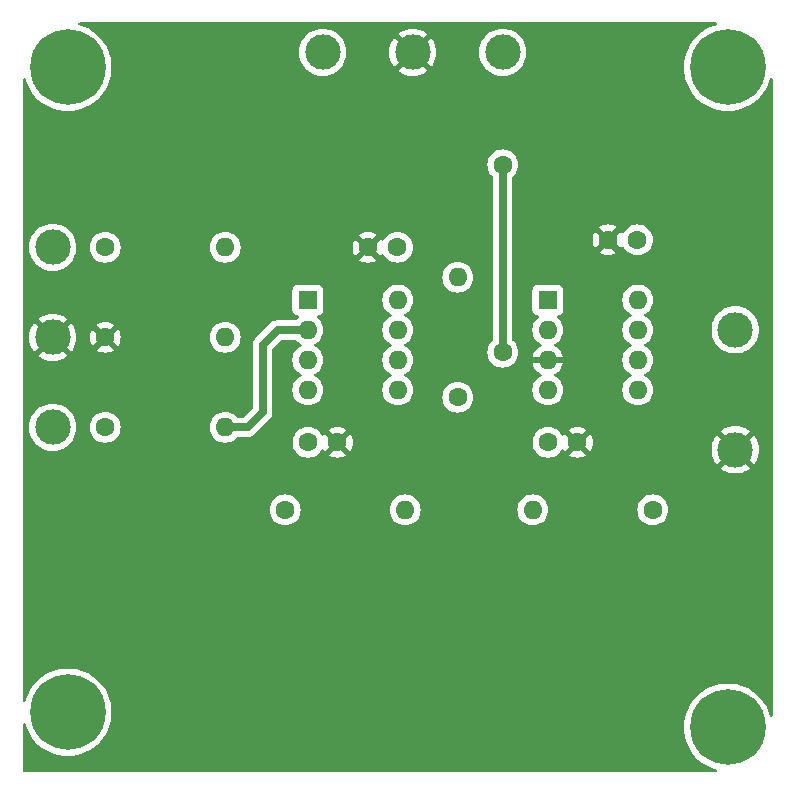
<source format=gbr>
%TF.GenerationSoftware,KiCad,Pcbnew,8.0.0-8.0.0-1~ubuntu22.04.1*%
%TF.CreationDate,2024-03-18T09:13:24-04:00*%
%TF.ProjectId,me310-diff-amp,6d653331-302d-4646-9966-662d616d702e,rev?*%
%TF.SameCoordinates,Original*%
%TF.FileFunction,Copper,L2,Bot*%
%TF.FilePolarity,Positive*%
%FSLAX46Y46*%
G04 Gerber Fmt 4.6, Leading zero omitted, Abs format (unit mm)*
G04 Created by KiCad (PCBNEW 8.0.0-8.0.0-1~ubuntu22.04.1) date 2024-03-18 09:13:24*
%MOMM*%
%LPD*%
G01*
G04 APERTURE LIST*
%TA.AperFunction,ComponentPad*%
%ADD10C,1.600000*%
%TD*%
%TA.AperFunction,ComponentPad*%
%ADD11O,1.600000X1.600000*%
%TD*%
%TA.AperFunction,ComponentPad*%
%ADD12C,3.000000*%
%TD*%
%TA.AperFunction,ComponentPad*%
%ADD13C,6.400000*%
%TD*%
%TA.AperFunction,ComponentPad*%
%ADD14R,1.600000X1.600000*%
%TD*%
%TA.AperFunction,ViaPad*%
%ADD15C,1.600200*%
%TD*%
%TA.AperFunction,Conductor*%
%ADD16C,0.635000*%
%TD*%
G04 APERTURE END LIST*
D10*
%TO.P,R4,1*%
%TO.N,GND*%
X108585000Y-102870000D03*
D11*
%TO.P,R4,2*%
%TO.N,Net-(U1-+)*%
X118745000Y-102870000D03*
%TD*%
D10*
%TO.P,R3,1*%
%TO.N,Net-(R3-Pad1)*%
X108585000Y-95250000D03*
D11*
%TO.P,R3,2*%
%TO.N,Net-(U1-+)*%
X118745000Y-95250000D03*
%TD*%
D10*
%TO.P,R6,1*%
%TO.N,Net-(R6-Pad1)*%
X154940000Y-117475000D03*
D11*
%TO.P,R6,2*%
%TO.N,Net-(U2--)*%
X144780000Y-117475000D03*
%TD*%
D12*
%TO.P,TP3,1,1*%
%TO.N,GND*%
X134620000Y-78740000D03*
%TD*%
%TO.P,TP4,1,1*%
%TO.N,Net-(R3-Pad1)*%
X104140000Y-95250000D03*
%TD*%
%TO.P,TP8,1,1*%
%TO.N,GND*%
X161925000Y-112395000D03*
%TD*%
D10*
%TO.P,C4,1*%
%TO.N,-15V*%
X146070000Y-111760000D03*
%TO.P,C4,2*%
%TO.N,GND*%
X148570000Y-111760000D03*
%TD*%
%TO.P,R1,1*%
%TO.N,Net-(R1-Pad1)*%
X108585000Y-110490000D03*
D11*
%TO.P,R1,2*%
%TO.N,Net-(U1--)*%
X118745000Y-110490000D03*
%TD*%
D13*
%TO.P,H4,1*%
%TO.N,N/C*%
X161290000Y-135890000D03*
%TD*%
%TO.P,H1,1*%
%TO.N,N/C*%
X105410000Y-80010000D03*
%TD*%
%TO.P,H3,1*%
%TO.N,N/C*%
X105410000Y-134620000D03*
%TD*%
D12*
%TO.P,TP5,1,1*%
%TO.N,Net-(R1-Pad1)*%
X104140000Y-110490000D03*
%TD*%
D14*
%TO.P,U1,1,NULL*%
%TO.N,unconnected-(U1-NULL-Pad1)*%
X125740000Y-99705000D03*
D11*
%TO.P,U1,2,-*%
%TO.N,Net-(U1--)*%
X125740000Y-102245000D03*
%TO.P,U1,3,+*%
%TO.N,Net-(U1-+)*%
X125740000Y-104785000D03*
%TO.P,U1,4,V-*%
%TO.N,-15V*%
X125740000Y-107325000D03*
%TO.P,U1,5,NULL*%
%TO.N,unconnected-(U1-NULL-Pad5)*%
X133360000Y-107325000D03*
%TO.P,U1,6*%
%TO.N,Net-(R2-Pad2)*%
X133360000Y-104785000D03*
%TO.P,U1,7,V+*%
%TO.N,+15V*%
X133360000Y-102245000D03*
%TO.P,U1,8,NC*%
%TO.N,unconnected-(U1-NC-Pad8)*%
X133360000Y-99705000D03*
%TD*%
D10*
%TO.P,R2,1*%
%TO.N,Net-(U1--)*%
X123825000Y-117475000D03*
D11*
%TO.P,R2,2*%
%TO.N,Net-(R2-Pad2)*%
X133985000Y-117475000D03*
%TD*%
D12*
%TO.P,TP6,1,1*%
%TO.N,GND*%
X104140000Y-102870000D03*
%TD*%
D14*
%TO.P,U2,1,NULL*%
%TO.N,unconnected-(U2-NULL-Pad1)*%
X146060000Y-99705000D03*
D11*
%TO.P,U2,2,-*%
%TO.N,Net-(U2--)*%
X146060000Y-102245000D03*
%TO.P,U2,3,+*%
%TO.N,GND*%
X146060000Y-104785000D03*
%TO.P,U2,4,V-*%
%TO.N,-15V*%
X146060000Y-107325000D03*
%TO.P,U2,5,NULL*%
%TO.N,unconnected-(U2-NULL-Pad5)*%
X153680000Y-107325000D03*
%TO.P,U2,6*%
%TO.N,Net-(R6-Pad1)*%
X153680000Y-104785000D03*
%TO.P,U2,7,V+*%
%TO.N,+15V*%
X153680000Y-102245000D03*
%TO.P,U2,8,NC*%
%TO.N,unconnected-(U2-NC-Pad8)*%
X153680000Y-99705000D03*
%TD*%
D12*
%TO.P,TP2,1,1*%
%TO.N,-15V*%
X142240000Y-78740000D03*
%TD*%
D13*
%TO.P,H2,1*%
%TO.N,N/C*%
X161290000Y-80010000D03*
%TD*%
D12*
%TO.P,TP1,1,1*%
%TO.N,+15V*%
X127000000Y-78740000D03*
%TD*%
D10*
%TO.P,C3,1*%
%TO.N,-15V*%
X125750000Y-111760000D03*
%TO.P,C3,2*%
%TO.N,GND*%
X128250000Y-111760000D03*
%TD*%
%TO.P,R5,1*%
%TO.N,Net-(R2-Pad2)*%
X138430000Y-107950000D03*
D11*
%TO.P,R5,2*%
%TO.N,Net-(U2--)*%
X138430000Y-97790000D03*
%TD*%
D10*
%TO.P,C1,1*%
%TO.N,+15V*%
X133330000Y-95250000D03*
%TO.P,C1,2*%
%TO.N,GND*%
X130830000Y-95250000D03*
%TD*%
D12*
%TO.P,TP7,1,1*%
%TO.N,Net-(R6-Pad1)*%
X161925000Y-102235000D03*
%TD*%
D10*
%TO.P,C2,1*%
%TO.N,+15V*%
X153650000Y-94615000D03*
%TO.P,C2,2*%
%TO.N,GND*%
X151150000Y-94615000D03*
%TD*%
D15*
%TO.N,-15V*%
X142240000Y-104140000D03*
X142240000Y-88265000D03*
%TD*%
D16*
%TO.N,-15V*%
X142240000Y-88265000D02*
X142240000Y-104140000D01*
%TO.N,Net-(U1--)*%
X123180000Y-102245000D02*
X121920000Y-103505000D01*
X121920000Y-103505000D02*
X121920000Y-109220000D01*
X125740000Y-102245000D02*
X123180000Y-102245000D01*
X121920000Y-109220000D02*
X120650000Y-110490000D01*
X120650000Y-110490000D02*
X118745000Y-110490000D01*
%TD*%
%TA.AperFunction,Conductor*%
%TO.N,GND*%
G36*
X160336648Y-76219685D02*
G01*
X160382403Y-76272489D01*
X160392347Y-76341647D01*
X160363322Y-76405203D01*
X160304544Y-76442977D01*
X160301753Y-76443760D01*
X160173104Y-76478232D01*
X160144905Y-76485788D01*
X159782802Y-76624787D01*
X159437206Y-76800877D01*
X159111917Y-77012122D01*
X158810488Y-77256215D01*
X158810480Y-77256222D01*
X158536222Y-77530480D01*
X158536215Y-77530488D01*
X158292122Y-77831917D01*
X158080877Y-78157206D01*
X157904787Y-78502802D01*
X157765788Y-78864905D01*
X157665397Y-79239570D01*
X157665397Y-79239572D01*
X157604722Y-79622660D01*
X157584422Y-80009999D01*
X157584422Y-80010000D01*
X157604722Y-80397339D01*
X157609455Y-80427224D01*
X157665398Y-80780433D01*
X157699486Y-80907653D01*
X157765788Y-81155094D01*
X157904787Y-81517197D01*
X158080877Y-81862793D01*
X158292122Y-82188082D01*
X158292124Y-82188084D01*
X158536219Y-82489516D01*
X158810484Y-82763781D01*
X158810488Y-82763784D01*
X159111917Y-83007877D01*
X159437206Y-83219122D01*
X159437211Y-83219125D01*
X159782806Y-83395214D01*
X160144913Y-83534214D01*
X160519567Y-83634602D01*
X160902662Y-83695278D01*
X161268576Y-83714455D01*
X161289999Y-83715578D01*
X161290000Y-83715578D01*
X161290001Y-83715578D01*
X161310301Y-83714514D01*
X161677338Y-83695278D01*
X162060433Y-83634602D01*
X162435087Y-83534214D01*
X162797194Y-83395214D01*
X163142789Y-83219125D01*
X163468084Y-83007876D01*
X163769516Y-82763781D01*
X164043781Y-82489516D01*
X164287876Y-82188084D01*
X164499125Y-81862789D01*
X164675214Y-81517194D01*
X164814214Y-81155087D01*
X164856226Y-80998295D01*
X164892590Y-80938637D01*
X164955437Y-80908108D01*
X165024813Y-80916403D01*
X165078690Y-80960888D01*
X165099965Y-81027440D01*
X165100000Y-81030391D01*
X165100000Y-134869608D01*
X165080315Y-134936647D01*
X165027511Y-134982402D01*
X164958353Y-134992346D01*
X164894797Y-134963321D01*
X164857023Y-134904543D01*
X164856225Y-134901702D01*
X164814214Y-134744913D01*
X164675214Y-134382806D01*
X164499125Y-134037211D01*
X164287876Y-133711916D01*
X164043781Y-133410484D01*
X163769516Y-133136219D01*
X163468084Y-132892124D01*
X163468082Y-132892122D01*
X163142793Y-132680877D01*
X162797197Y-132504787D01*
X162435094Y-132365788D01*
X162435087Y-132365786D01*
X162060433Y-132265398D01*
X162060429Y-132265397D01*
X162060428Y-132265397D01*
X161677339Y-132204722D01*
X161290001Y-132184422D01*
X161289999Y-132184422D01*
X160902660Y-132204722D01*
X160519572Y-132265397D01*
X160519570Y-132265397D01*
X160144905Y-132365788D01*
X159782802Y-132504787D01*
X159437206Y-132680877D01*
X159111917Y-132892122D01*
X158810488Y-133136215D01*
X158810480Y-133136222D01*
X158536222Y-133410480D01*
X158536215Y-133410488D01*
X158292122Y-133711917D01*
X158080877Y-134037206D01*
X157904787Y-134382802D01*
X157765788Y-134744905D01*
X157665397Y-135119570D01*
X157665397Y-135119572D01*
X157604722Y-135502660D01*
X157584422Y-135889999D01*
X157584422Y-135890000D01*
X157604722Y-136277339D01*
X157665397Y-136660427D01*
X157665397Y-136660429D01*
X157765788Y-137035094D01*
X157904787Y-137397197D01*
X158080877Y-137742793D01*
X158292122Y-138068082D01*
X158484199Y-138305277D01*
X158536219Y-138369516D01*
X158810484Y-138643781D01*
X158810488Y-138643784D01*
X159111917Y-138887877D01*
X159437206Y-139099122D01*
X159437211Y-139099125D01*
X159782806Y-139275214D01*
X160144913Y-139414214D01*
X160301704Y-139456226D01*
X160361363Y-139492590D01*
X160391892Y-139555437D01*
X160383597Y-139624813D01*
X160339112Y-139678690D01*
X160272560Y-139699965D01*
X160269609Y-139700000D01*
X101724000Y-139700000D01*
X101656961Y-139680315D01*
X101611206Y-139627511D01*
X101600000Y-139576000D01*
X101600000Y-135640391D01*
X101619685Y-135573352D01*
X101672489Y-135527597D01*
X101741647Y-135517653D01*
X101805203Y-135546678D01*
X101842977Y-135605456D01*
X101843760Y-135608246D01*
X101852374Y-135640391D01*
X101885788Y-135765094D01*
X102024787Y-136127197D01*
X102200877Y-136472793D01*
X102412122Y-136798082D01*
X102446786Y-136840888D01*
X102656219Y-137099516D01*
X102930484Y-137373781D01*
X103098375Y-137509737D01*
X103231917Y-137617877D01*
X103424265Y-137742789D01*
X103557211Y-137829125D01*
X103902806Y-138005214D01*
X104264913Y-138144214D01*
X104639567Y-138244602D01*
X105022662Y-138305278D01*
X105388576Y-138324455D01*
X105409999Y-138325578D01*
X105410000Y-138325578D01*
X105410001Y-138325578D01*
X105430301Y-138324514D01*
X105797338Y-138305278D01*
X106180433Y-138244602D01*
X106555087Y-138144214D01*
X106917194Y-138005214D01*
X107262789Y-137829125D01*
X107588084Y-137617876D01*
X107889516Y-137373781D01*
X108163781Y-137099516D01*
X108407876Y-136798084D01*
X108619125Y-136472789D01*
X108795214Y-136127194D01*
X108934214Y-135765087D01*
X109034602Y-135390433D01*
X109095278Y-135007338D01*
X109115578Y-134620000D01*
X109095278Y-134232662D01*
X109034602Y-133849567D01*
X108934214Y-133474913D01*
X108795214Y-133112806D01*
X108619125Y-132767211D01*
X108448705Y-132504787D01*
X108407877Y-132441917D01*
X108163784Y-132140488D01*
X108163781Y-132140484D01*
X107889516Y-131866219D01*
X107588084Y-131622124D01*
X107588082Y-131622122D01*
X107262793Y-131410877D01*
X106917197Y-131234787D01*
X106555094Y-131095788D01*
X106555087Y-131095786D01*
X106180433Y-130995398D01*
X106180429Y-130995397D01*
X106180428Y-130995397D01*
X105797339Y-130934722D01*
X105410001Y-130914422D01*
X105409999Y-130914422D01*
X105022660Y-130934722D01*
X104639572Y-130995397D01*
X104639570Y-130995397D01*
X104264905Y-131095788D01*
X103902802Y-131234787D01*
X103557206Y-131410877D01*
X103231917Y-131622122D01*
X102930488Y-131866215D01*
X102930480Y-131866222D01*
X102656222Y-132140480D01*
X102656215Y-132140488D01*
X102412122Y-132441917D01*
X102200877Y-132767206D01*
X102024787Y-133112802D01*
X101885788Y-133474905D01*
X101885786Y-133474913D01*
X101851584Y-133602559D01*
X101843775Y-133631702D01*
X101807410Y-133691362D01*
X101744563Y-133721891D01*
X101675187Y-133713596D01*
X101621309Y-133669111D01*
X101600035Y-133602559D01*
X101600000Y-133599608D01*
X101600000Y-117475001D01*
X122519532Y-117475001D01*
X122539364Y-117701686D01*
X122539366Y-117701697D01*
X122598258Y-117921488D01*
X122598261Y-117921497D01*
X122694431Y-118127732D01*
X122694432Y-118127734D01*
X122824954Y-118314141D01*
X122985858Y-118475045D01*
X122985861Y-118475047D01*
X123172266Y-118605568D01*
X123378504Y-118701739D01*
X123598308Y-118760635D01*
X123760230Y-118774801D01*
X123824998Y-118780468D01*
X123825000Y-118780468D01*
X123825002Y-118780468D01*
X123881673Y-118775509D01*
X124051692Y-118760635D01*
X124271496Y-118701739D01*
X124477734Y-118605568D01*
X124664139Y-118475047D01*
X124825047Y-118314139D01*
X124955568Y-118127734D01*
X125051739Y-117921496D01*
X125110635Y-117701692D01*
X125130468Y-117475001D01*
X132679532Y-117475001D01*
X132699364Y-117701686D01*
X132699366Y-117701697D01*
X132758258Y-117921488D01*
X132758261Y-117921497D01*
X132854431Y-118127732D01*
X132854432Y-118127734D01*
X132984954Y-118314141D01*
X133145858Y-118475045D01*
X133145861Y-118475047D01*
X133332266Y-118605568D01*
X133538504Y-118701739D01*
X133758308Y-118760635D01*
X133920230Y-118774801D01*
X133984998Y-118780468D01*
X133985000Y-118780468D01*
X133985002Y-118780468D01*
X134041673Y-118775509D01*
X134211692Y-118760635D01*
X134431496Y-118701739D01*
X134637734Y-118605568D01*
X134824139Y-118475047D01*
X134985047Y-118314139D01*
X135115568Y-118127734D01*
X135211739Y-117921496D01*
X135270635Y-117701692D01*
X135290468Y-117475001D01*
X143474532Y-117475001D01*
X143494364Y-117701686D01*
X143494366Y-117701697D01*
X143553258Y-117921488D01*
X143553261Y-117921497D01*
X143649431Y-118127732D01*
X143649432Y-118127734D01*
X143779954Y-118314141D01*
X143940858Y-118475045D01*
X143940861Y-118475047D01*
X144127266Y-118605568D01*
X144333504Y-118701739D01*
X144553308Y-118760635D01*
X144715230Y-118774801D01*
X144779998Y-118780468D01*
X144780000Y-118780468D01*
X144780002Y-118780468D01*
X144836673Y-118775509D01*
X145006692Y-118760635D01*
X145226496Y-118701739D01*
X145432734Y-118605568D01*
X145619139Y-118475047D01*
X145780047Y-118314139D01*
X145910568Y-118127734D01*
X146006739Y-117921496D01*
X146065635Y-117701692D01*
X146085468Y-117475001D01*
X153634532Y-117475001D01*
X153654364Y-117701686D01*
X153654366Y-117701697D01*
X153713258Y-117921488D01*
X153713261Y-117921497D01*
X153809431Y-118127732D01*
X153809432Y-118127734D01*
X153939954Y-118314141D01*
X154100858Y-118475045D01*
X154100861Y-118475047D01*
X154287266Y-118605568D01*
X154493504Y-118701739D01*
X154713308Y-118760635D01*
X154875230Y-118774801D01*
X154939998Y-118780468D01*
X154940000Y-118780468D01*
X154940002Y-118780468D01*
X154996673Y-118775509D01*
X155166692Y-118760635D01*
X155386496Y-118701739D01*
X155592734Y-118605568D01*
X155779139Y-118475047D01*
X155940047Y-118314139D01*
X156070568Y-118127734D01*
X156166739Y-117921496D01*
X156225635Y-117701692D01*
X156245468Y-117475000D01*
X156225635Y-117248308D01*
X156166739Y-117028504D01*
X156070568Y-116822266D01*
X155940047Y-116635861D01*
X155940045Y-116635858D01*
X155779141Y-116474954D01*
X155592734Y-116344432D01*
X155592732Y-116344431D01*
X155386497Y-116248261D01*
X155386488Y-116248258D01*
X155166697Y-116189366D01*
X155166693Y-116189365D01*
X155166692Y-116189365D01*
X155166691Y-116189364D01*
X155166686Y-116189364D01*
X154940002Y-116169532D01*
X154939998Y-116169532D01*
X154713313Y-116189364D01*
X154713302Y-116189366D01*
X154493511Y-116248258D01*
X154493502Y-116248261D01*
X154287267Y-116344431D01*
X154287265Y-116344432D01*
X154100858Y-116474954D01*
X153939954Y-116635858D01*
X153809432Y-116822265D01*
X153809431Y-116822267D01*
X153713261Y-117028502D01*
X153713258Y-117028511D01*
X153654366Y-117248302D01*
X153654364Y-117248313D01*
X153634532Y-117474998D01*
X153634532Y-117475001D01*
X146085468Y-117475001D01*
X146085468Y-117475000D01*
X146065635Y-117248308D01*
X146006739Y-117028504D01*
X145910568Y-116822266D01*
X145780047Y-116635861D01*
X145780045Y-116635858D01*
X145619141Y-116474954D01*
X145432734Y-116344432D01*
X145432732Y-116344431D01*
X145226497Y-116248261D01*
X145226488Y-116248258D01*
X145006697Y-116189366D01*
X145006693Y-116189365D01*
X145006692Y-116189365D01*
X145006691Y-116189364D01*
X145006686Y-116189364D01*
X144780002Y-116169532D01*
X144779998Y-116169532D01*
X144553313Y-116189364D01*
X144553302Y-116189366D01*
X144333511Y-116248258D01*
X144333502Y-116248261D01*
X144127267Y-116344431D01*
X144127265Y-116344432D01*
X143940858Y-116474954D01*
X143779954Y-116635858D01*
X143649432Y-116822265D01*
X143649431Y-116822267D01*
X143553261Y-117028502D01*
X143553258Y-117028511D01*
X143494366Y-117248302D01*
X143494364Y-117248313D01*
X143474532Y-117474998D01*
X143474532Y-117475001D01*
X135290468Y-117475001D01*
X135290468Y-117475000D01*
X135270635Y-117248308D01*
X135211739Y-117028504D01*
X135115568Y-116822266D01*
X134985047Y-116635861D01*
X134985045Y-116635858D01*
X134824141Y-116474954D01*
X134637734Y-116344432D01*
X134637732Y-116344431D01*
X134431497Y-116248261D01*
X134431488Y-116248258D01*
X134211697Y-116189366D01*
X134211693Y-116189365D01*
X134211692Y-116189365D01*
X134211691Y-116189364D01*
X134211686Y-116189364D01*
X133985002Y-116169532D01*
X133984998Y-116169532D01*
X133758313Y-116189364D01*
X133758302Y-116189366D01*
X133538511Y-116248258D01*
X133538502Y-116248261D01*
X133332267Y-116344431D01*
X133332265Y-116344432D01*
X133145858Y-116474954D01*
X132984954Y-116635858D01*
X132854432Y-116822265D01*
X132854431Y-116822267D01*
X132758261Y-117028502D01*
X132758258Y-117028511D01*
X132699366Y-117248302D01*
X132699364Y-117248313D01*
X132679532Y-117474998D01*
X132679532Y-117475001D01*
X125130468Y-117475001D01*
X125130468Y-117475000D01*
X125110635Y-117248308D01*
X125051739Y-117028504D01*
X124955568Y-116822266D01*
X124825047Y-116635861D01*
X124825045Y-116635858D01*
X124664141Y-116474954D01*
X124477734Y-116344432D01*
X124477732Y-116344431D01*
X124271497Y-116248261D01*
X124271488Y-116248258D01*
X124051697Y-116189366D01*
X124051693Y-116189365D01*
X124051692Y-116189365D01*
X124051691Y-116189364D01*
X124051686Y-116189364D01*
X123825002Y-116169532D01*
X123824998Y-116169532D01*
X123598313Y-116189364D01*
X123598302Y-116189366D01*
X123378511Y-116248258D01*
X123378502Y-116248261D01*
X123172267Y-116344431D01*
X123172265Y-116344432D01*
X122985858Y-116474954D01*
X122824954Y-116635858D01*
X122694432Y-116822265D01*
X122694431Y-116822267D01*
X122598261Y-117028502D01*
X122598258Y-117028511D01*
X122539366Y-117248302D01*
X122539364Y-117248313D01*
X122519532Y-117474998D01*
X122519532Y-117475001D01*
X101600000Y-117475001D01*
X101600000Y-110490001D01*
X102134390Y-110490001D01*
X102154804Y-110775433D01*
X102215628Y-111055037D01*
X102215630Y-111055043D01*
X102215631Y-111055046D01*
X102312031Y-111313504D01*
X102315635Y-111323166D01*
X102452770Y-111574309D01*
X102452775Y-111574317D01*
X102624254Y-111803387D01*
X102624270Y-111803405D01*
X102826594Y-112005729D01*
X102826612Y-112005745D01*
X103055682Y-112177224D01*
X103055690Y-112177229D01*
X103306833Y-112314364D01*
X103306832Y-112314364D01*
X103306836Y-112314365D01*
X103306839Y-112314367D01*
X103574954Y-112414369D01*
X103574960Y-112414370D01*
X103574962Y-112414371D01*
X103854566Y-112475195D01*
X103854568Y-112475195D01*
X103854572Y-112475196D01*
X104108220Y-112493337D01*
X104139999Y-112495610D01*
X104140000Y-112495610D01*
X104140001Y-112495610D01*
X104168595Y-112493564D01*
X104425428Y-112475196D01*
X104705046Y-112414369D01*
X104973161Y-112314367D01*
X105224315Y-112177226D01*
X105453395Y-112005739D01*
X105655739Y-111803395D01*
X105827226Y-111574315D01*
X105964367Y-111323161D01*
X106064369Y-111055046D01*
X106125196Y-110775428D01*
X106145610Y-110490001D01*
X107279532Y-110490001D01*
X107299364Y-110716686D01*
X107299366Y-110716697D01*
X107358258Y-110936488D01*
X107358261Y-110936497D01*
X107454431Y-111142732D01*
X107454432Y-111142734D01*
X107584954Y-111329141D01*
X107745858Y-111490045D01*
X107745861Y-111490047D01*
X107932266Y-111620568D01*
X108138504Y-111716739D01*
X108358308Y-111775635D01*
X108520230Y-111789801D01*
X108584998Y-111795468D01*
X108585000Y-111795468D01*
X108585002Y-111795468D01*
X108641673Y-111790509D01*
X108811692Y-111775635D01*
X109031496Y-111716739D01*
X109237734Y-111620568D01*
X109424139Y-111490047D01*
X109585047Y-111329139D01*
X109715568Y-111142734D01*
X109811739Y-110936496D01*
X109870635Y-110716692D01*
X109890468Y-110490001D01*
X117439532Y-110490001D01*
X117459364Y-110716686D01*
X117459366Y-110716697D01*
X117518258Y-110936488D01*
X117518261Y-110936497D01*
X117614431Y-111142732D01*
X117614432Y-111142734D01*
X117744954Y-111329141D01*
X117905858Y-111490045D01*
X117905861Y-111490047D01*
X118092266Y-111620568D01*
X118298504Y-111716739D01*
X118518308Y-111775635D01*
X118680230Y-111789801D01*
X118744998Y-111795468D01*
X118745000Y-111795468D01*
X118745002Y-111795468D01*
X118801673Y-111790509D01*
X118971692Y-111775635D01*
X119030039Y-111760001D01*
X124444532Y-111760001D01*
X124464364Y-111986686D01*
X124464366Y-111986697D01*
X124523258Y-112206488D01*
X124523261Y-112206497D01*
X124619431Y-112412732D01*
X124619432Y-112412734D01*
X124749954Y-112599141D01*
X124910858Y-112760045D01*
X124910861Y-112760047D01*
X125097266Y-112890568D01*
X125303504Y-112986739D01*
X125523308Y-113045635D01*
X125683397Y-113059641D01*
X125749998Y-113065468D01*
X125750000Y-113065468D01*
X125750002Y-113065468D01*
X125806673Y-113060509D01*
X125976692Y-113045635D01*
X126196496Y-112986739D01*
X126402734Y-112890568D01*
X126589139Y-112760047D01*
X126750047Y-112599139D01*
X126880568Y-112412734D01*
X126887893Y-112397024D01*
X126934064Y-112344586D01*
X127001257Y-112325433D01*
X127068138Y-112345648D01*
X127112657Y-112397024D01*
X127119864Y-112412480D01*
X127170974Y-112485472D01*
X127850000Y-111806446D01*
X127850000Y-111812661D01*
X127877259Y-111914394D01*
X127929920Y-112005606D01*
X128004394Y-112080080D01*
X128095606Y-112132741D01*
X128197339Y-112160000D01*
X128203553Y-112160000D01*
X127524526Y-112839025D01*
X127597513Y-112890132D01*
X127597521Y-112890136D01*
X127803668Y-112986264D01*
X127803682Y-112986269D01*
X128023389Y-113045139D01*
X128023400Y-113045141D01*
X128249998Y-113064966D01*
X128250002Y-113064966D01*
X128476599Y-113045141D01*
X128476610Y-113045139D01*
X128696317Y-112986269D01*
X128696331Y-112986264D01*
X128902478Y-112890136D01*
X128975471Y-112839024D01*
X128296447Y-112160000D01*
X128302661Y-112160000D01*
X128404394Y-112132741D01*
X128495606Y-112080080D01*
X128570080Y-112005606D01*
X128622741Y-111914394D01*
X128650000Y-111812661D01*
X128650000Y-111806447D01*
X129329024Y-112485471D01*
X129380136Y-112412478D01*
X129476264Y-112206331D01*
X129476269Y-112206317D01*
X129535139Y-111986610D01*
X129535141Y-111986599D01*
X129554966Y-111760002D01*
X129554966Y-111760001D01*
X144764532Y-111760001D01*
X144784364Y-111986686D01*
X144784366Y-111986697D01*
X144843258Y-112206488D01*
X144843261Y-112206497D01*
X144939431Y-112412732D01*
X144939432Y-112412734D01*
X145069954Y-112599141D01*
X145230858Y-112760045D01*
X145230861Y-112760047D01*
X145417266Y-112890568D01*
X145623504Y-112986739D01*
X145843308Y-113045635D01*
X146003397Y-113059641D01*
X146069998Y-113065468D01*
X146070000Y-113065468D01*
X146070002Y-113065468D01*
X146126673Y-113060509D01*
X146296692Y-113045635D01*
X146516496Y-112986739D01*
X146722734Y-112890568D01*
X146909139Y-112760047D01*
X147070047Y-112599139D01*
X147200568Y-112412734D01*
X147207893Y-112397024D01*
X147254064Y-112344586D01*
X147321257Y-112325433D01*
X147388138Y-112345648D01*
X147432657Y-112397024D01*
X147439864Y-112412480D01*
X147490974Y-112485472D01*
X148170000Y-111806446D01*
X148170000Y-111812661D01*
X148197259Y-111914394D01*
X148249920Y-112005606D01*
X148324394Y-112080080D01*
X148415606Y-112132741D01*
X148517339Y-112160000D01*
X148523553Y-112160000D01*
X147844526Y-112839025D01*
X147917513Y-112890132D01*
X147917521Y-112890136D01*
X148123668Y-112986264D01*
X148123682Y-112986269D01*
X148343389Y-113045139D01*
X148343400Y-113045141D01*
X148569998Y-113064966D01*
X148570002Y-113064966D01*
X148796599Y-113045141D01*
X148796610Y-113045139D01*
X149016317Y-112986269D01*
X149016331Y-112986264D01*
X149222478Y-112890136D01*
X149295471Y-112839024D01*
X148616447Y-112160000D01*
X148622661Y-112160000D01*
X148724394Y-112132741D01*
X148815606Y-112080080D01*
X148890080Y-112005606D01*
X148942741Y-111914394D01*
X148970000Y-111812661D01*
X148970000Y-111806447D01*
X149649024Y-112485471D01*
X149700136Y-112412478D01*
X149708286Y-112395001D01*
X159919891Y-112395001D01*
X159940300Y-112680362D01*
X160001109Y-112959895D01*
X160101091Y-113227958D01*
X160238191Y-113479038D01*
X160238196Y-113479046D01*
X160344882Y-113621561D01*
X160344883Y-113621562D01*
X161247421Y-112719024D01*
X161260359Y-112750258D01*
X161342437Y-112873097D01*
X161446903Y-112977563D01*
X161569742Y-113059641D01*
X161600974Y-113072578D01*
X160698436Y-113975115D01*
X160840960Y-114081807D01*
X160840961Y-114081808D01*
X161092042Y-114218908D01*
X161092041Y-114218908D01*
X161360104Y-114318890D01*
X161639637Y-114379699D01*
X161924999Y-114400109D01*
X161925001Y-114400109D01*
X162210362Y-114379699D01*
X162489895Y-114318890D01*
X162757958Y-114218908D01*
X163009047Y-114081803D01*
X163151561Y-113975116D01*
X163151562Y-113975115D01*
X162249025Y-113072577D01*
X162280258Y-113059641D01*
X162403097Y-112977563D01*
X162507563Y-112873097D01*
X162589641Y-112750258D01*
X162602578Y-112719025D01*
X163505115Y-113621562D01*
X163505116Y-113621561D01*
X163611803Y-113479047D01*
X163748908Y-113227958D01*
X163848890Y-112959895D01*
X163909699Y-112680362D01*
X163930109Y-112395001D01*
X163930109Y-112394998D01*
X163909699Y-112109637D01*
X163848890Y-111830104D01*
X163748908Y-111562041D01*
X163611808Y-111310961D01*
X163611807Y-111310960D01*
X163505115Y-111168436D01*
X162602577Y-112070973D01*
X162589641Y-112039742D01*
X162507563Y-111916903D01*
X162403097Y-111812437D01*
X162280258Y-111730359D01*
X162249024Y-111717421D01*
X163151562Y-110814883D01*
X163151561Y-110814882D01*
X163009046Y-110708196D01*
X163009038Y-110708191D01*
X162757957Y-110571091D01*
X162757958Y-110571091D01*
X162489895Y-110471109D01*
X162210362Y-110410300D01*
X161925001Y-110389891D01*
X161924999Y-110389891D01*
X161639637Y-110410300D01*
X161360104Y-110471109D01*
X161092041Y-110571091D01*
X160840961Y-110708191D01*
X160840953Y-110708196D01*
X160698437Y-110814882D01*
X160698436Y-110814883D01*
X161600975Y-111717421D01*
X161569742Y-111730359D01*
X161446903Y-111812437D01*
X161342437Y-111916903D01*
X161260359Y-112039742D01*
X161247421Y-112070974D01*
X160344883Y-111168436D01*
X160344882Y-111168437D01*
X160238196Y-111310953D01*
X160238191Y-111310961D01*
X160101091Y-111562041D01*
X160001109Y-111830104D01*
X159940300Y-112109637D01*
X159919891Y-112394998D01*
X159919891Y-112395001D01*
X149708286Y-112395001D01*
X149796264Y-112206331D01*
X149796269Y-112206317D01*
X149855139Y-111986610D01*
X149855141Y-111986599D01*
X149874966Y-111760002D01*
X149874966Y-111759997D01*
X149855141Y-111533400D01*
X149855139Y-111533389D01*
X149796269Y-111313682D01*
X149796264Y-111313668D01*
X149700136Y-111107521D01*
X149700132Y-111107513D01*
X149649025Y-111034526D01*
X148970000Y-111713551D01*
X148970000Y-111707339D01*
X148942741Y-111605606D01*
X148890080Y-111514394D01*
X148815606Y-111439920D01*
X148724394Y-111387259D01*
X148622661Y-111360000D01*
X148616448Y-111360000D01*
X149295472Y-110680974D01*
X149222478Y-110629863D01*
X149016331Y-110533735D01*
X149016317Y-110533730D01*
X148796610Y-110474860D01*
X148796599Y-110474858D01*
X148570002Y-110455034D01*
X148569998Y-110455034D01*
X148343400Y-110474858D01*
X148343389Y-110474860D01*
X148123682Y-110533730D01*
X148123673Y-110533734D01*
X147917516Y-110629866D01*
X147917512Y-110629868D01*
X147844526Y-110680973D01*
X147844526Y-110680974D01*
X148523553Y-111360000D01*
X148517339Y-111360000D01*
X148415606Y-111387259D01*
X148324394Y-111439920D01*
X148249920Y-111514394D01*
X148197259Y-111605606D01*
X148170000Y-111707339D01*
X148170000Y-111713552D01*
X147490974Y-111034526D01*
X147490973Y-111034526D01*
X147439868Y-111107512D01*
X147439867Y-111107514D01*
X147432656Y-111122979D01*
X147386482Y-111175417D01*
X147319288Y-111194567D01*
X147252407Y-111174350D01*
X147207893Y-111122976D01*
X147200568Y-111107266D01*
X147070047Y-110920861D01*
X147070045Y-110920858D01*
X146909141Y-110759954D01*
X146722734Y-110629432D01*
X146722732Y-110629431D01*
X146516497Y-110533261D01*
X146516488Y-110533258D01*
X146296697Y-110474366D01*
X146296693Y-110474365D01*
X146296692Y-110474365D01*
X146296691Y-110474364D01*
X146296686Y-110474364D01*
X146070002Y-110454532D01*
X146069998Y-110454532D01*
X145843313Y-110474364D01*
X145843302Y-110474366D01*
X145623511Y-110533258D01*
X145623502Y-110533261D01*
X145417267Y-110629431D01*
X145417265Y-110629432D01*
X145230858Y-110759954D01*
X145069954Y-110920858D01*
X144939432Y-111107265D01*
X144939431Y-111107267D01*
X144843261Y-111313502D01*
X144843258Y-111313511D01*
X144784366Y-111533302D01*
X144784364Y-111533313D01*
X144764532Y-111759998D01*
X144764532Y-111760001D01*
X129554966Y-111760001D01*
X129554966Y-111759997D01*
X129535141Y-111533400D01*
X129535139Y-111533389D01*
X129476269Y-111313682D01*
X129476264Y-111313668D01*
X129380136Y-111107521D01*
X129380132Y-111107513D01*
X129329025Y-111034526D01*
X128650000Y-111713551D01*
X128650000Y-111707339D01*
X128622741Y-111605606D01*
X128570080Y-111514394D01*
X128495606Y-111439920D01*
X128404394Y-111387259D01*
X128302661Y-111360000D01*
X128296448Y-111360000D01*
X128975472Y-110680974D01*
X128902478Y-110629863D01*
X128696331Y-110533735D01*
X128696317Y-110533730D01*
X128476610Y-110474860D01*
X128476599Y-110474858D01*
X128250002Y-110455034D01*
X128249998Y-110455034D01*
X128023400Y-110474858D01*
X128023389Y-110474860D01*
X127803682Y-110533730D01*
X127803673Y-110533734D01*
X127597516Y-110629866D01*
X127597512Y-110629868D01*
X127524526Y-110680973D01*
X127524526Y-110680974D01*
X128203553Y-111360000D01*
X128197339Y-111360000D01*
X128095606Y-111387259D01*
X128004394Y-111439920D01*
X127929920Y-111514394D01*
X127877259Y-111605606D01*
X127850000Y-111707339D01*
X127850000Y-111713552D01*
X127170974Y-111034526D01*
X127170973Y-111034526D01*
X127119868Y-111107512D01*
X127119867Y-111107514D01*
X127112656Y-111122979D01*
X127066482Y-111175417D01*
X126999288Y-111194567D01*
X126932407Y-111174350D01*
X126887893Y-111122976D01*
X126880568Y-111107266D01*
X126750047Y-110920861D01*
X126750045Y-110920858D01*
X126589141Y-110759954D01*
X126402734Y-110629432D01*
X126402732Y-110629431D01*
X126196497Y-110533261D01*
X126196488Y-110533258D01*
X125976697Y-110474366D01*
X125976693Y-110474365D01*
X125976692Y-110474365D01*
X125976691Y-110474364D01*
X125976686Y-110474364D01*
X125750002Y-110454532D01*
X125749998Y-110454532D01*
X125523313Y-110474364D01*
X125523302Y-110474366D01*
X125303511Y-110533258D01*
X125303502Y-110533261D01*
X125097267Y-110629431D01*
X125097265Y-110629432D01*
X124910858Y-110759954D01*
X124749954Y-110920858D01*
X124619432Y-111107265D01*
X124619431Y-111107267D01*
X124523261Y-111313502D01*
X124523258Y-111313511D01*
X124464366Y-111533302D01*
X124464364Y-111533313D01*
X124444532Y-111759998D01*
X124444532Y-111760001D01*
X119030039Y-111760001D01*
X119191496Y-111716739D01*
X119397734Y-111620568D01*
X119584139Y-111490047D01*
X119729868Y-111344317D01*
X119791189Y-111310834D01*
X119817548Y-111308000D01*
X120730567Y-111308000D01*
X120730568Y-111307999D01*
X120888602Y-111276565D01*
X120963035Y-111245733D01*
X121037468Y-111214903D01*
X121171445Y-111125382D01*
X122555382Y-109741445D01*
X122644902Y-109607469D01*
X122674434Y-109536172D01*
X122706565Y-109458602D01*
X122738000Y-109300566D01*
X122738000Y-103895189D01*
X122757685Y-103828150D01*
X122774319Y-103807508D01*
X123482508Y-103099319D01*
X123543831Y-103065834D01*
X123570189Y-103063000D01*
X124667452Y-103063000D01*
X124734491Y-103082685D01*
X124755128Y-103099314D01*
X124845894Y-103190080D01*
X124900862Y-103245048D01*
X124936498Y-103270000D01*
X125087266Y-103375568D01*
X125145275Y-103402618D01*
X125197714Y-103448791D01*
X125216866Y-103515984D01*
X125196650Y-103582865D01*
X125145275Y-103627382D01*
X125087267Y-103654431D01*
X125087265Y-103654432D01*
X124900858Y-103784954D01*
X124739954Y-103945858D01*
X124609432Y-104132265D01*
X124609431Y-104132267D01*
X124513261Y-104338502D01*
X124513258Y-104338511D01*
X124454366Y-104558302D01*
X124454364Y-104558313D01*
X124434532Y-104784998D01*
X124434532Y-104785001D01*
X124454364Y-105011686D01*
X124454366Y-105011697D01*
X124513258Y-105231488D01*
X124513261Y-105231497D01*
X124609431Y-105437732D01*
X124609432Y-105437734D01*
X124739954Y-105624141D01*
X124900858Y-105785045D01*
X124900861Y-105785047D01*
X125087266Y-105915568D01*
X125144681Y-105942341D01*
X125145275Y-105942618D01*
X125197714Y-105988791D01*
X125216866Y-106055984D01*
X125196650Y-106122865D01*
X125145275Y-106167382D01*
X125087267Y-106194431D01*
X125087265Y-106194432D01*
X124900858Y-106324954D01*
X124739954Y-106485858D01*
X124609432Y-106672265D01*
X124609431Y-106672267D01*
X124513261Y-106878502D01*
X124513258Y-106878511D01*
X124454366Y-107098302D01*
X124454364Y-107098313D01*
X124434532Y-107324998D01*
X124434532Y-107325001D01*
X124454364Y-107551686D01*
X124454366Y-107551697D01*
X124513258Y-107771488D01*
X124513261Y-107771497D01*
X124609431Y-107977732D01*
X124609432Y-107977734D01*
X124739954Y-108164141D01*
X124900858Y-108325045D01*
X124900861Y-108325047D01*
X125087266Y-108455568D01*
X125293504Y-108551739D01*
X125513308Y-108610635D01*
X125675230Y-108624801D01*
X125739998Y-108630468D01*
X125740000Y-108630468D01*
X125740002Y-108630468D01*
X125796673Y-108625509D01*
X125966692Y-108610635D01*
X126186496Y-108551739D01*
X126392734Y-108455568D01*
X126579139Y-108325047D01*
X126740047Y-108164139D01*
X126870568Y-107977734D01*
X126966739Y-107771496D01*
X127025635Y-107551692D01*
X127045468Y-107325001D01*
X132054532Y-107325001D01*
X132074364Y-107551686D01*
X132074366Y-107551697D01*
X132133258Y-107771488D01*
X132133261Y-107771497D01*
X132229431Y-107977732D01*
X132229432Y-107977734D01*
X132359954Y-108164141D01*
X132520858Y-108325045D01*
X132520861Y-108325047D01*
X132707266Y-108455568D01*
X132913504Y-108551739D01*
X133133308Y-108610635D01*
X133295230Y-108624801D01*
X133359998Y-108630468D01*
X133360000Y-108630468D01*
X133360002Y-108630468D01*
X133416673Y-108625509D01*
X133586692Y-108610635D01*
X133806496Y-108551739D01*
X134012734Y-108455568D01*
X134199139Y-108325047D01*
X134360047Y-108164139D01*
X134490568Y-107977734D01*
X134503500Y-107950001D01*
X137124532Y-107950001D01*
X137144364Y-108176686D01*
X137144366Y-108176697D01*
X137203258Y-108396488D01*
X137203261Y-108396497D01*
X137299431Y-108602732D01*
X137299432Y-108602734D01*
X137429954Y-108789141D01*
X137590858Y-108950045D01*
X137590861Y-108950047D01*
X137777266Y-109080568D01*
X137983504Y-109176739D01*
X138203308Y-109235635D01*
X138365230Y-109249801D01*
X138429998Y-109255468D01*
X138430000Y-109255468D01*
X138430002Y-109255468D01*
X138486673Y-109250509D01*
X138656692Y-109235635D01*
X138876496Y-109176739D01*
X139082734Y-109080568D01*
X139269139Y-108950047D01*
X139430047Y-108789139D01*
X139560568Y-108602734D01*
X139656739Y-108396496D01*
X139715635Y-108176692D01*
X139735468Y-107950000D01*
X139715635Y-107723308D01*
X139656739Y-107503504D01*
X139573501Y-107325001D01*
X144754532Y-107325001D01*
X144774364Y-107551686D01*
X144774366Y-107551697D01*
X144833258Y-107771488D01*
X144833261Y-107771497D01*
X144929431Y-107977732D01*
X144929432Y-107977734D01*
X145059954Y-108164141D01*
X145220858Y-108325045D01*
X145220861Y-108325047D01*
X145407266Y-108455568D01*
X145613504Y-108551739D01*
X145833308Y-108610635D01*
X145995230Y-108624801D01*
X146059998Y-108630468D01*
X146060000Y-108630468D01*
X146060002Y-108630468D01*
X146116673Y-108625509D01*
X146286692Y-108610635D01*
X146506496Y-108551739D01*
X146712734Y-108455568D01*
X146899139Y-108325047D01*
X147060047Y-108164139D01*
X147190568Y-107977734D01*
X147286739Y-107771496D01*
X147345635Y-107551692D01*
X147365468Y-107325001D01*
X152374532Y-107325001D01*
X152394364Y-107551686D01*
X152394366Y-107551697D01*
X152453258Y-107771488D01*
X152453261Y-107771497D01*
X152549431Y-107977732D01*
X152549432Y-107977734D01*
X152679954Y-108164141D01*
X152840858Y-108325045D01*
X152840861Y-108325047D01*
X153027266Y-108455568D01*
X153233504Y-108551739D01*
X153453308Y-108610635D01*
X153615230Y-108624801D01*
X153679998Y-108630468D01*
X153680000Y-108630468D01*
X153680002Y-108630468D01*
X153736673Y-108625509D01*
X153906692Y-108610635D01*
X154126496Y-108551739D01*
X154332734Y-108455568D01*
X154519139Y-108325047D01*
X154680047Y-108164139D01*
X154810568Y-107977734D01*
X154906739Y-107771496D01*
X154965635Y-107551692D01*
X154985468Y-107325000D01*
X154983041Y-107297265D01*
X154965635Y-107098313D01*
X154965635Y-107098308D01*
X154906739Y-106878504D01*
X154810568Y-106672266D01*
X154680047Y-106485861D01*
X154680045Y-106485858D01*
X154519141Y-106324954D01*
X154332734Y-106194432D01*
X154332728Y-106194429D01*
X154274725Y-106167382D01*
X154222285Y-106121210D01*
X154203133Y-106054017D01*
X154223348Y-105987135D01*
X154274725Y-105942618D01*
X154275319Y-105942341D01*
X154332734Y-105915568D01*
X154519139Y-105785047D01*
X154680047Y-105624139D01*
X154810568Y-105437734D01*
X154906739Y-105231496D01*
X154965635Y-105011692D01*
X154985468Y-104785000D01*
X154965635Y-104558308D01*
X154906739Y-104338504D01*
X154810568Y-104132266D01*
X154685773Y-103954038D01*
X154680045Y-103945858D01*
X154519141Y-103784954D01*
X154332734Y-103654432D01*
X154332728Y-103654429D01*
X154274725Y-103627382D01*
X154222285Y-103581210D01*
X154203133Y-103514017D01*
X154223348Y-103447135D01*
X154274725Y-103402618D01*
X154332734Y-103375568D01*
X154519139Y-103245047D01*
X154680047Y-103084139D01*
X154810568Y-102897734D01*
X154906739Y-102691496D01*
X154965635Y-102471692D01*
X154985468Y-102245000D01*
X154984593Y-102235001D01*
X159919390Y-102235001D01*
X159939804Y-102520433D01*
X160000628Y-102800037D01*
X160000630Y-102800043D01*
X160000631Y-102800046D01*
X160069075Y-102983551D01*
X160100635Y-103068166D01*
X160237770Y-103319309D01*
X160237775Y-103319317D01*
X160409254Y-103548387D01*
X160409270Y-103548405D01*
X160611594Y-103750729D01*
X160611612Y-103750745D01*
X160840682Y-103922224D01*
X160840690Y-103922229D01*
X161091833Y-104059364D01*
X161091832Y-104059364D01*
X161091836Y-104059365D01*
X161091839Y-104059367D01*
X161359954Y-104159369D01*
X161359960Y-104159370D01*
X161359962Y-104159371D01*
X161639566Y-104220195D01*
X161639568Y-104220195D01*
X161639572Y-104220196D01*
X161893220Y-104238337D01*
X161924999Y-104240610D01*
X161925000Y-104240610D01*
X161925001Y-104240610D01*
X161953595Y-104238564D01*
X162210428Y-104220196D01*
X162490046Y-104159369D01*
X162758161Y-104059367D01*
X163009315Y-103922226D01*
X163238395Y-103750739D01*
X163440739Y-103548395D01*
X163612226Y-103319315D01*
X163749367Y-103068161D01*
X163849369Y-102800046D01*
X163883465Y-102643308D01*
X163910195Y-102520433D01*
X163910195Y-102520432D01*
X163910196Y-102520428D01*
X163930610Y-102235000D01*
X163910196Y-101949572D01*
X163892876Y-101869954D01*
X163849371Y-101669962D01*
X163849370Y-101669960D01*
X163849369Y-101669954D01*
X163749367Y-101401839D01*
X163743274Y-101390681D01*
X163612229Y-101150690D01*
X163612224Y-101150682D01*
X163440745Y-100921612D01*
X163440729Y-100921594D01*
X163238405Y-100719270D01*
X163238387Y-100719254D01*
X163009317Y-100547775D01*
X163009309Y-100547770D01*
X162758166Y-100410635D01*
X162758167Y-100410635D01*
X162650915Y-100370632D01*
X162490046Y-100310631D01*
X162490043Y-100310630D01*
X162490037Y-100310628D01*
X162210433Y-100249804D01*
X161925001Y-100229390D01*
X161924999Y-100229390D01*
X161639566Y-100249804D01*
X161359962Y-100310628D01*
X161091833Y-100410635D01*
X160840690Y-100547770D01*
X160840682Y-100547775D01*
X160611612Y-100719254D01*
X160611594Y-100719270D01*
X160409270Y-100921594D01*
X160409254Y-100921612D01*
X160237775Y-101150682D01*
X160237770Y-101150690D01*
X160100635Y-101401833D01*
X160000628Y-101669962D01*
X159939804Y-101949566D01*
X159919390Y-102234998D01*
X159919390Y-102235001D01*
X154984593Y-102235001D01*
X154983063Y-102217516D01*
X154979801Y-102180230D01*
X154965635Y-102018308D01*
X154906739Y-101798504D01*
X154810568Y-101592266D01*
X154680047Y-101405861D01*
X154680045Y-101405858D01*
X154519141Y-101244954D01*
X154332734Y-101114432D01*
X154332728Y-101114429D01*
X154274725Y-101087382D01*
X154222285Y-101041210D01*
X154203133Y-100974017D01*
X154223348Y-100907135D01*
X154274725Y-100862618D01*
X154332734Y-100835568D01*
X154519139Y-100705047D01*
X154680047Y-100544139D01*
X154810568Y-100357734D01*
X154906739Y-100151496D01*
X154965635Y-99931692D01*
X154985468Y-99705000D01*
X154965635Y-99478308D01*
X154906739Y-99258504D01*
X154810568Y-99052266D01*
X154680047Y-98865861D01*
X154680045Y-98865858D01*
X154519141Y-98704954D01*
X154332734Y-98574432D01*
X154332732Y-98574431D01*
X154126497Y-98478261D01*
X154126488Y-98478258D01*
X153906697Y-98419366D01*
X153906693Y-98419365D01*
X153906692Y-98419365D01*
X153906691Y-98419364D01*
X153906686Y-98419364D01*
X153680002Y-98399532D01*
X153679998Y-98399532D01*
X153453313Y-98419364D01*
X153453302Y-98419366D01*
X153233511Y-98478258D01*
X153233502Y-98478261D01*
X153027267Y-98574431D01*
X153027265Y-98574432D01*
X152840858Y-98704954D01*
X152679954Y-98865858D01*
X152549432Y-99052265D01*
X152549431Y-99052267D01*
X152453261Y-99258502D01*
X152453258Y-99258511D01*
X152394366Y-99478302D01*
X152394364Y-99478313D01*
X152374532Y-99704998D01*
X152374532Y-99705001D01*
X152394364Y-99931686D01*
X152394366Y-99931697D01*
X152453258Y-100151488D01*
X152453261Y-100151497D01*
X152549431Y-100357732D01*
X152549432Y-100357734D01*
X152679954Y-100544141D01*
X152840858Y-100705045D01*
X152840861Y-100705047D01*
X153027266Y-100835568D01*
X153085275Y-100862618D01*
X153137714Y-100908791D01*
X153156866Y-100975984D01*
X153136650Y-101042865D01*
X153085275Y-101087382D01*
X153027267Y-101114431D01*
X153027265Y-101114432D01*
X152840858Y-101244954D01*
X152679954Y-101405858D01*
X152549432Y-101592265D01*
X152549431Y-101592267D01*
X152453261Y-101798502D01*
X152453258Y-101798511D01*
X152394366Y-102018302D01*
X152394364Y-102018313D01*
X152374532Y-102244998D01*
X152374532Y-102245001D01*
X152394364Y-102471686D01*
X152394366Y-102471697D01*
X152453258Y-102691488D01*
X152453261Y-102691497D01*
X152549431Y-102897732D01*
X152549432Y-102897734D01*
X152679954Y-103084141D01*
X152840858Y-103245045D01*
X152840861Y-103245047D01*
X153027266Y-103375568D01*
X153085275Y-103402618D01*
X153137714Y-103448791D01*
X153156866Y-103515984D01*
X153136650Y-103582865D01*
X153085275Y-103627382D01*
X153027267Y-103654431D01*
X153027265Y-103654432D01*
X152840858Y-103784954D01*
X152679954Y-103945858D01*
X152549432Y-104132265D01*
X152549431Y-104132267D01*
X152453261Y-104338502D01*
X152453258Y-104338511D01*
X152394366Y-104558302D01*
X152394364Y-104558313D01*
X152374532Y-104784998D01*
X152374532Y-104785001D01*
X152394364Y-105011686D01*
X152394366Y-105011697D01*
X152453258Y-105231488D01*
X152453261Y-105231497D01*
X152549431Y-105437732D01*
X152549432Y-105437734D01*
X152679954Y-105624141D01*
X152840858Y-105785045D01*
X152840861Y-105785047D01*
X153027266Y-105915568D01*
X153084681Y-105942341D01*
X153085275Y-105942618D01*
X153137714Y-105988791D01*
X153156866Y-106055984D01*
X153136650Y-106122865D01*
X153085275Y-106167382D01*
X153027267Y-106194431D01*
X153027265Y-106194432D01*
X152840858Y-106324954D01*
X152679954Y-106485858D01*
X152549432Y-106672265D01*
X152549431Y-106672267D01*
X152453261Y-106878502D01*
X152453258Y-106878511D01*
X152394366Y-107098302D01*
X152394364Y-107098313D01*
X152374532Y-107324998D01*
X152374532Y-107325001D01*
X147365468Y-107325001D01*
X147365468Y-107325000D01*
X147363041Y-107297265D01*
X147345635Y-107098313D01*
X147345635Y-107098308D01*
X147286739Y-106878504D01*
X147190568Y-106672266D01*
X147060047Y-106485861D01*
X147060045Y-106485858D01*
X146899141Y-106324954D01*
X146712734Y-106194432D01*
X146712732Y-106194431D01*
X146654725Y-106167382D01*
X146654132Y-106167105D01*
X146601694Y-106120934D01*
X146582542Y-106053740D01*
X146602758Y-105986859D01*
X146654134Y-105942341D01*
X146712484Y-105915132D01*
X146898820Y-105784657D01*
X147059657Y-105623820D01*
X147190134Y-105437482D01*
X147286265Y-105231326D01*
X147286269Y-105231317D01*
X147338872Y-105035000D01*
X146375686Y-105035000D01*
X146380080Y-105030606D01*
X146432741Y-104939394D01*
X146460000Y-104837661D01*
X146460000Y-104732339D01*
X146432741Y-104630606D01*
X146380080Y-104539394D01*
X146375686Y-104535000D01*
X147338872Y-104535000D01*
X147338872Y-104534999D01*
X147286269Y-104338682D01*
X147286265Y-104338673D01*
X147190134Y-104132517D01*
X147059657Y-103946179D01*
X146898820Y-103785342D01*
X146712482Y-103654865D01*
X146654133Y-103627657D01*
X146601694Y-103581484D01*
X146582542Y-103514291D01*
X146602758Y-103447410D01*
X146654129Y-103402895D01*
X146712734Y-103375568D01*
X146899139Y-103245047D01*
X147060047Y-103084139D01*
X147190568Y-102897734D01*
X147286739Y-102691496D01*
X147345635Y-102471692D01*
X147365468Y-102245000D01*
X147363063Y-102217516D01*
X147359801Y-102180230D01*
X147345635Y-102018308D01*
X147286739Y-101798504D01*
X147190568Y-101592266D01*
X147060047Y-101405861D01*
X147060045Y-101405858D01*
X146899143Y-101244956D01*
X146899137Y-101244952D01*
X146874535Y-101227725D01*
X146830912Y-101173149D01*
X146823719Y-101103650D01*
X146855241Y-101041296D01*
X146915471Y-101005882D01*
X146932404Y-101002861D01*
X146967483Y-100999091D01*
X147102331Y-100948796D01*
X147217546Y-100862546D01*
X147303796Y-100747331D01*
X147354091Y-100612483D01*
X147360500Y-100552873D01*
X147360499Y-98857128D01*
X147354091Y-98797517D01*
X147319567Y-98704954D01*
X147303797Y-98662671D01*
X147303793Y-98662664D01*
X147217547Y-98547455D01*
X147217544Y-98547452D01*
X147102335Y-98461206D01*
X147102328Y-98461202D01*
X146967482Y-98410908D01*
X146967483Y-98410908D01*
X146907883Y-98404501D01*
X146907881Y-98404500D01*
X146907873Y-98404500D01*
X146907864Y-98404500D01*
X145212129Y-98404500D01*
X145212123Y-98404501D01*
X145152516Y-98410908D01*
X145017671Y-98461202D01*
X145017664Y-98461206D01*
X144902455Y-98547452D01*
X144902452Y-98547455D01*
X144816206Y-98662664D01*
X144816202Y-98662671D01*
X144765908Y-98797517D01*
X144759501Y-98857116D01*
X144759501Y-98857123D01*
X144759500Y-98857135D01*
X144759500Y-100552870D01*
X144759501Y-100552876D01*
X144765908Y-100612483D01*
X144816202Y-100747328D01*
X144816206Y-100747335D01*
X144902452Y-100862544D01*
X144902455Y-100862547D01*
X145017664Y-100948793D01*
X145017671Y-100948797D01*
X145062618Y-100965561D01*
X145152517Y-100999091D01*
X145187596Y-101002862D01*
X145252144Y-101029599D01*
X145291993Y-101086991D01*
X145294488Y-101156816D01*
X145258836Y-101216905D01*
X145245464Y-101227725D01*
X145220858Y-101244954D01*
X145059954Y-101405858D01*
X144929432Y-101592265D01*
X144929431Y-101592267D01*
X144833261Y-101798502D01*
X144833258Y-101798511D01*
X144774366Y-102018302D01*
X144774364Y-102018313D01*
X144754532Y-102244998D01*
X144754532Y-102245001D01*
X144774364Y-102471686D01*
X144774366Y-102471697D01*
X144833258Y-102691488D01*
X144833261Y-102691497D01*
X144929431Y-102897732D01*
X144929432Y-102897734D01*
X145059954Y-103084141D01*
X145220858Y-103245045D01*
X145220861Y-103245047D01*
X145407266Y-103375568D01*
X145465865Y-103402893D01*
X145518305Y-103449065D01*
X145537457Y-103516258D01*
X145517242Y-103583139D01*
X145465867Y-103627657D01*
X145407515Y-103654867D01*
X145221179Y-103785342D01*
X145060342Y-103946179D01*
X144929865Y-104132517D01*
X144833734Y-104338673D01*
X144833730Y-104338682D01*
X144781127Y-104534999D01*
X144781128Y-104535000D01*
X145744314Y-104535000D01*
X145739920Y-104539394D01*
X145687259Y-104630606D01*
X145660000Y-104732339D01*
X145660000Y-104837661D01*
X145687259Y-104939394D01*
X145739920Y-105030606D01*
X145744314Y-105035000D01*
X144781128Y-105035000D01*
X144833730Y-105231317D01*
X144833734Y-105231326D01*
X144929865Y-105437482D01*
X145060342Y-105623820D01*
X145221179Y-105784657D01*
X145407518Y-105915134D01*
X145407520Y-105915135D01*
X145465865Y-105942342D01*
X145518305Y-105988514D01*
X145537457Y-106055707D01*
X145517242Y-106122589D01*
X145465867Y-106167105D01*
X145407268Y-106194431D01*
X145407264Y-106194433D01*
X145220858Y-106324954D01*
X145059954Y-106485858D01*
X144929432Y-106672265D01*
X144929431Y-106672267D01*
X144833261Y-106878502D01*
X144833258Y-106878511D01*
X144774366Y-107098302D01*
X144774364Y-107098313D01*
X144754532Y-107324998D01*
X144754532Y-107325001D01*
X139573501Y-107325001D01*
X139560568Y-107297266D01*
X139430047Y-107110861D01*
X139430045Y-107110858D01*
X139269141Y-106949954D01*
X139082734Y-106819432D01*
X139082732Y-106819431D01*
X138876497Y-106723261D01*
X138876488Y-106723258D01*
X138656697Y-106664366D01*
X138656693Y-106664365D01*
X138656692Y-106664365D01*
X138656691Y-106664364D01*
X138656686Y-106664364D01*
X138430002Y-106644532D01*
X138429998Y-106644532D01*
X138203313Y-106664364D01*
X138203302Y-106664366D01*
X137983511Y-106723258D01*
X137983502Y-106723261D01*
X137777267Y-106819431D01*
X137777265Y-106819432D01*
X137590858Y-106949954D01*
X137429954Y-107110858D01*
X137299432Y-107297265D01*
X137299431Y-107297267D01*
X137203261Y-107503502D01*
X137203258Y-107503511D01*
X137144366Y-107723302D01*
X137144364Y-107723313D01*
X137124532Y-107949998D01*
X137124532Y-107950001D01*
X134503500Y-107950001D01*
X134586739Y-107771496D01*
X134645635Y-107551692D01*
X134665468Y-107325000D01*
X134663041Y-107297265D01*
X134645635Y-107098313D01*
X134645635Y-107098308D01*
X134586739Y-106878504D01*
X134490568Y-106672266D01*
X134360047Y-106485861D01*
X134360045Y-106485858D01*
X134199141Y-106324954D01*
X134012734Y-106194432D01*
X134012728Y-106194429D01*
X133954725Y-106167382D01*
X133902285Y-106121210D01*
X133883133Y-106054017D01*
X133903348Y-105987135D01*
X133954725Y-105942618D01*
X133955319Y-105942341D01*
X134012734Y-105915568D01*
X134199139Y-105785047D01*
X134360047Y-105624139D01*
X134490568Y-105437734D01*
X134586739Y-105231496D01*
X134645635Y-105011692D01*
X134665468Y-104785000D01*
X134645635Y-104558308D01*
X134586739Y-104338504D01*
X134494174Y-104140000D01*
X140934432Y-104140000D01*
X140954266Y-104366705D01*
X140954268Y-104366715D01*
X141013164Y-104586523D01*
X141013166Y-104586527D01*
X141013167Y-104586531D01*
X141033720Y-104630606D01*
X141109344Y-104792783D01*
X141109345Y-104792785D01*
X141239873Y-104979198D01*
X141239878Y-104979204D01*
X141400795Y-105140121D01*
X141400801Y-105140126D01*
X141587214Y-105270654D01*
X141587216Y-105270655D01*
X141793469Y-105366833D01*
X142013290Y-105425733D01*
X142194658Y-105441601D01*
X142239999Y-105445568D01*
X142240000Y-105445568D01*
X142240001Y-105445568D01*
X142277785Y-105442262D01*
X142466710Y-105425733D01*
X142686531Y-105366833D01*
X142892784Y-105270655D01*
X143079203Y-105140123D01*
X143240123Y-104979203D01*
X143370655Y-104792784D01*
X143466833Y-104586531D01*
X143525733Y-104366710D01*
X143545568Y-104140000D01*
X143544891Y-104132267D01*
X143529299Y-103954047D01*
X143525733Y-103913290D01*
X143466833Y-103693469D01*
X143370655Y-103487216D01*
X143343941Y-103449065D01*
X143240126Y-103300801D01*
X143240121Y-103300795D01*
X143094319Y-103154993D01*
X143060834Y-103093670D01*
X143058000Y-103067312D01*
X143058000Y-94615002D01*
X149845034Y-94615002D01*
X149864858Y-94841599D01*
X149864860Y-94841610D01*
X149923730Y-95061317D01*
X149923735Y-95061331D01*
X150019863Y-95267478D01*
X150070974Y-95340472D01*
X150750000Y-94661446D01*
X150750000Y-94667661D01*
X150777259Y-94769394D01*
X150829920Y-94860606D01*
X150904394Y-94935080D01*
X150995606Y-94987741D01*
X151097339Y-95015000D01*
X151103553Y-95015000D01*
X150424526Y-95694025D01*
X150497513Y-95745132D01*
X150497521Y-95745136D01*
X150703668Y-95841264D01*
X150703682Y-95841269D01*
X150923389Y-95900139D01*
X150923400Y-95900141D01*
X151149998Y-95919966D01*
X151150002Y-95919966D01*
X151376599Y-95900141D01*
X151376610Y-95900139D01*
X151596317Y-95841269D01*
X151596331Y-95841264D01*
X151802478Y-95745136D01*
X151875471Y-95694024D01*
X151196447Y-95015000D01*
X151202661Y-95015000D01*
X151304394Y-94987741D01*
X151395606Y-94935080D01*
X151470080Y-94860606D01*
X151522741Y-94769394D01*
X151550000Y-94667661D01*
X151550000Y-94661447D01*
X152229024Y-95340471D01*
X152280134Y-95267481D01*
X152287340Y-95252028D01*
X152333511Y-95199587D01*
X152400704Y-95180433D01*
X152467585Y-95200646D01*
X152512105Y-95252022D01*
X152519430Y-95267730D01*
X152519432Y-95267734D01*
X152649954Y-95454141D01*
X152810858Y-95615045D01*
X152810861Y-95615047D01*
X152997266Y-95745568D01*
X153203504Y-95841739D01*
X153423308Y-95900635D01*
X153585230Y-95914801D01*
X153649998Y-95920468D01*
X153650000Y-95920468D01*
X153650002Y-95920468D01*
X153706673Y-95915509D01*
X153876692Y-95900635D01*
X154096496Y-95841739D01*
X154302734Y-95745568D01*
X154489139Y-95615047D01*
X154650047Y-95454139D01*
X154780568Y-95267734D01*
X154876739Y-95061496D01*
X154935635Y-94841692D01*
X154955468Y-94615000D01*
X154953916Y-94597266D01*
X154949801Y-94550230D01*
X154935635Y-94388308D01*
X154876739Y-94168504D01*
X154780568Y-93962266D01*
X154650047Y-93775861D01*
X154650045Y-93775858D01*
X154489141Y-93614954D01*
X154302734Y-93484432D01*
X154302732Y-93484431D01*
X154096497Y-93388261D01*
X154096488Y-93388258D01*
X153876697Y-93329366D01*
X153876693Y-93329365D01*
X153876692Y-93329365D01*
X153876691Y-93329364D01*
X153876686Y-93329364D01*
X153650002Y-93309532D01*
X153649998Y-93309532D01*
X153423313Y-93329364D01*
X153423302Y-93329366D01*
X153203511Y-93388258D01*
X153203502Y-93388261D01*
X152997267Y-93484431D01*
X152997265Y-93484432D01*
X152810858Y-93614954D01*
X152649954Y-93775858D01*
X152519432Y-93962265D01*
X152519429Y-93962270D01*
X152512104Y-93977979D01*
X152465929Y-94030417D01*
X152398735Y-94049566D01*
X152331855Y-94029347D01*
X152287341Y-93977973D01*
X152280133Y-93962515D01*
X152280132Y-93962513D01*
X152229025Y-93889526D01*
X151550000Y-94568551D01*
X151550000Y-94562339D01*
X151522741Y-94460606D01*
X151470080Y-94369394D01*
X151395606Y-94294920D01*
X151304394Y-94242259D01*
X151202661Y-94215000D01*
X151196448Y-94215000D01*
X151875472Y-93535974D01*
X151802478Y-93484863D01*
X151596331Y-93388735D01*
X151596317Y-93388730D01*
X151376610Y-93329860D01*
X151376599Y-93329858D01*
X151150002Y-93310034D01*
X151149998Y-93310034D01*
X150923400Y-93329858D01*
X150923389Y-93329860D01*
X150703682Y-93388730D01*
X150703673Y-93388734D01*
X150497516Y-93484866D01*
X150497512Y-93484868D01*
X150424526Y-93535973D01*
X150424526Y-93535974D01*
X151103553Y-94215000D01*
X151097339Y-94215000D01*
X150995606Y-94242259D01*
X150904394Y-94294920D01*
X150829920Y-94369394D01*
X150777259Y-94460606D01*
X150750000Y-94562339D01*
X150750000Y-94568552D01*
X150070974Y-93889526D01*
X150070973Y-93889526D01*
X150019868Y-93962512D01*
X150019866Y-93962516D01*
X149923734Y-94168673D01*
X149923730Y-94168682D01*
X149864860Y-94388389D01*
X149864858Y-94388400D01*
X149845034Y-94614997D01*
X149845034Y-94615002D01*
X143058000Y-94615002D01*
X143058000Y-89337688D01*
X143077685Y-89270649D01*
X143094319Y-89250007D01*
X143240123Y-89104203D01*
X143370655Y-88917784D01*
X143466833Y-88711531D01*
X143525733Y-88491710D01*
X143545568Y-88265000D01*
X143525733Y-88038290D01*
X143466833Y-87818469D01*
X143370655Y-87612216D01*
X143240123Y-87425797D01*
X143079203Y-87264877D01*
X143079201Y-87264876D01*
X143079198Y-87264873D01*
X142892785Y-87134345D01*
X142892783Y-87134344D01*
X142789657Y-87086256D01*
X142686531Y-87038167D01*
X142686527Y-87038166D01*
X142686523Y-87038164D01*
X142466715Y-86979268D01*
X142466705Y-86979266D01*
X142240001Y-86959432D01*
X142239999Y-86959432D01*
X142013294Y-86979266D01*
X142013284Y-86979268D01*
X141793476Y-87038164D01*
X141793467Y-87038168D01*
X141587216Y-87134344D01*
X141587214Y-87134345D01*
X141400801Y-87264873D01*
X141400795Y-87264878D01*
X141239878Y-87425795D01*
X141239873Y-87425801D01*
X141109345Y-87612214D01*
X141109344Y-87612216D01*
X141013168Y-87818467D01*
X141013164Y-87818476D01*
X140954268Y-88038284D01*
X140954266Y-88038294D01*
X140934432Y-88264999D01*
X140934432Y-88265000D01*
X140954266Y-88491705D01*
X140954268Y-88491715D01*
X141013164Y-88711523D01*
X141013166Y-88711527D01*
X141013167Y-88711531D01*
X141061256Y-88814657D01*
X141109344Y-88917783D01*
X141109345Y-88917785D01*
X141239873Y-89104198D01*
X141239878Y-89104204D01*
X141385681Y-89250007D01*
X141419166Y-89311330D01*
X141422000Y-89337688D01*
X141422000Y-103067312D01*
X141402315Y-103134351D01*
X141385681Y-103154993D01*
X141239878Y-103300795D01*
X141239873Y-103300801D01*
X141109345Y-103487214D01*
X141109344Y-103487216D01*
X141013168Y-103693467D01*
X141013164Y-103693476D01*
X140954268Y-103913284D01*
X140954266Y-103913294D01*
X140934432Y-104139999D01*
X140934432Y-104140000D01*
X134494174Y-104140000D01*
X134490568Y-104132266D01*
X134365773Y-103954038D01*
X134360045Y-103945858D01*
X134199141Y-103784954D01*
X134012734Y-103654432D01*
X134012728Y-103654429D01*
X133954725Y-103627382D01*
X133902285Y-103581210D01*
X133883133Y-103514017D01*
X133903348Y-103447135D01*
X133954725Y-103402618D01*
X134012734Y-103375568D01*
X134199139Y-103245047D01*
X134360047Y-103084139D01*
X134490568Y-102897734D01*
X134586739Y-102691496D01*
X134645635Y-102471692D01*
X134665468Y-102245000D01*
X134663063Y-102217516D01*
X134659801Y-102180230D01*
X134645635Y-102018308D01*
X134586739Y-101798504D01*
X134490568Y-101592266D01*
X134360047Y-101405861D01*
X134360045Y-101405858D01*
X134199141Y-101244954D01*
X134012734Y-101114432D01*
X134012728Y-101114429D01*
X133954725Y-101087382D01*
X133902285Y-101041210D01*
X133883133Y-100974017D01*
X133903348Y-100907135D01*
X133954725Y-100862618D01*
X134012734Y-100835568D01*
X134199139Y-100705047D01*
X134360047Y-100544139D01*
X134490568Y-100357734D01*
X134586739Y-100151496D01*
X134645635Y-99931692D01*
X134665468Y-99705000D01*
X134645635Y-99478308D01*
X134586739Y-99258504D01*
X134490568Y-99052266D01*
X134360047Y-98865861D01*
X134360045Y-98865858D01*
X134199141Y-98704954D01*
X134012734Y-98574432D01*
X134012732Y-98574431D01*
X133806497Y-98478261D01*
X133806488Y-98478258D01*
X133586697Y-98419366D01*
X133586693Y-98419365D01*
X133586692Y-98419365D01*
X133586691Y-98419364D01*
X133586686Y-98419364D01*
X133360002Y-98399532D01*
X133359998Y-98399532D01*
X133133313Y-98419364D01*
X133133302Y-98419366D01*
X132913511Y-98478258D01*
X132913502Y-98478261D01*
X132707267Y-98574431D01*
X132707265Y-98574432D01*
X132520858Y-98704954D01*
X132359954Y-98865858D01*
X132229432Y-99052265D01*
X132229431Y-99052267D01*
X132133261Y-99258502D01*
X132133258Y-99258511D01*
X132074366Y-99478302D01*
X132074364Y-99478313D01*
X132054532Y-99704998D01*
X132054532Y-99705001D01*
X132074364Y-99931686D01*
X132074366Y-99931697D01*
X132133258Y-100151488D01*
X132133261Y-100151497D01*
X132229431Y-100357732D01*
X132229432Y-100357734D01*
X132359954Y-100544141D01*
X132520858Y-100705045D01*
X132520861Y-100705047D01*
X132707266Y-100835568D01*
X132765275Y-100862618D01*
X132817714Y-100908791D01*
X132836866Y-100975984D01*
X132816650Y-101042865D01*
X132765275Y-101087382D01*
X132707267Y-101114431D01*
X132707265Y-101114432D01*
X132520858Y-101244954D01*
X132359954Y-101405858D01*
X132229432Y-101592265D01*
X132229431Y-101592267D01*
X132133261Y-101798502D01*
X132133258Y-101798511D01*
X132074366Y-102018302D01*
X132074364Y-102018313D01*
X132054532Y-102244998D01*
X132054532Y-102245001D01*
X132074364Y-102471686D01*
X132074366Y-102471697D01*
X132133258Y-102691488D01*
X132133261Y-102691497D01*
X132229431Y-102897732D01*
X132229432Y-102897734D01*
X132359954Y-103084141D01*
X132520858Y-103245045D01*
X132520861Y-103245047D01*
X132707266Y-103375568D01*
X132765275Y-103402618D01*
X132817714Y-103448791D01*
X132836866Y-103515984D01*
X132816650Y-103582865D01*
X132765275Y-103627382D01*
X132707267Y-103654431D01*
X132707265Y-103654432D01*
X132520858Y-103784954D01*
X132359954Y-103945858D01*
X132229432Y-104132265D01*
X132229431Y-104132267D01*
X132133261Y-104338502D01*
X132133258Y-104338511D01*
X132074366Y-104558302D01*
X132074364Y-104558313D01*
X132054532Y-104784998D01*
X132054532Y-104785001D01*
X132074364Y-105011686D01*
X132074366Y-105011697D01*
X132133258Y-105231488D01*
X132133261Y-105231497D01*
X132229431Y-105437732D01*
X132229432Y-105437734D01*
X132359954Y-105624141D01*
X132520858Y-105785045D01*
X132520861Y-105785047D01*
X132707266Y-105915568D01*
X132764681Y-105942341D01*
X132765275Y-105942618D01*
X132817714Y-105988791D01*
X132836866Y-106055984D01*
X132816650Y-106122865D01*
X132765275Y-106167382D01*
X132707267Y-106194431D01*
X132707265Y-106194432D01*
X132520858Y-106324954D01*
X132359954Y-106485858D01*
X132229432Y-106672265D01*
X132229431Y-106672267D01*
X132133261Y-106878502D01*
X132133258Y-106878511D01*
X132074366Y-107098302D01*
X132074364Y-107098313D01*
X132054532Y-107324998D01*
X132054532Y-107325001D01*
X127045468Y-107325001D01*
X127045468Y-107325000D01*
X127043041Y-107297265D01*
X127025635Y-107098313D01*
X127025635Y-107098308D01*
X126966739Y-106878504D01*
X126870568Y-106672266D01*
X126740047Y-106485861D01*
X126740045Y-106485858D01*
X126579141Y-106324954D01*
X126392734Y-106194432D01*
X126392728Y-106194429D01*
X126334725Y-106167382D01*
X126282285Y-106121210D01*
X126263133Y-106054017D01*
X126283348Y-105987135D01*
X126334725Y-105942618D01*
X126335319Y-105942341D01*
X126392734Y-105915568D01*
X126579139Y-105785047D01*
X126740047Y-105624139D01*
X126870568Y-105437734D01*
X126966739Y-105231496D01*
X127025635Y-105011692D01*
X127045468Y-104785000D01*
X127025635Y-104558308D01*
X126966739Y-104338504D01*
X126870568Y-104132266D01*
X126745773Y-103954038D01*
X126740045Y-103945858D01*
X126579141Y-103784954D01*
X126392734Y-103654432D01*
X126392728Y-103654429D01*
X126334725Y-103627382D01*
X126282285Y-103581210D01*
X126263133Y-103514017D01*
X126283348Y-103447135D01*
X126334725Y-103402618D01*
X126392734Y-103375568D01*
X126579139Y-103245047D01*
X126740047Y-103084139D01*
X126870568Y-102897734D01*
X126966739Y-102691496D01*
X127025635Y-102471692D01*
X127045468Y-102245000D01*
X127043063Y-102217516D01*
X127039801Y-102180230D01*
X127025635Y-102018308D01*
X126966739Y-101798504D01*
X126870568Y-101592266D01*
X126740047Y-101405861D01*
X126740045Y-101405858D01*
X126579143Y-101244956D01*
X126579137Y-101244952D01*
X126554535Y-101227725D01*
X126510912Y-101173149D01*
X126503719Y-101103650D01*
X126535241Y-101041296D01*
X126595471Y-101005882D01*
X126612404Y-101002861D01*
X126647483Y-100999091D01*
X126782331Y-100948796D01*
X126897546Y-100862546D01*
X126983796Y-100747331D01*
X127034091Y-100612483D01*
X127040500Y-100552873D01*
X127040499Y-98857128D01*
X127034091Y-98797517D01*
X126999567Y-98704954D01*
X126983797Y-98662671D01*
X126983793Y-98662664D01*
X126897547Y-98547455D01*
X126897544Y-98547452D01*
X126782335Y-98461206D01*
X126782328Y-98461202D01*
X126647482Y-98410908D01*
X126647483Y-98410908D01*
X126587883Y-98404501D01*
X126587881Y-98404500D01*
X126587873Y-98404500D01*
X126587864Y-98404500D01*
X124892129Y-98404500D01*
X124892123Y-98404501D01*
X124832516Y-98410908D01*
X124697671Y-98461202D01*
X124697664Y-98461206D01*
X124582455Y-98547452D01*
X124582452Y-98547455D01*
X124496206Y-98662664D01*
X124496202Y-98662671D01*
X124445908Y-98797517D01*
X124439501Y-98857116D01*
X124439501Y-98857123D01*
X124439500Y-98857135D01*
X124439500Y-100552870D01*
X124439501Y-100552876D01*
X124445908Y-100612483D01*
X124496202Y-100747328D01*
X124496206Y-100747335D01*
X124582452Y-100862544D01*
X124582455Y-100862547D01*
X124697664Y-100948793D01*
X124697671Y-100948797D01*
X124742618Y-100965561D01*
X124832517Y-100999091D01*
X124867596Y-101002862D01*
X124932144Y-101029599D01*
X124971993Y-101086991D01*
X124974488Y-101156816D01*
X124938836Y-101216905D01*
X124925464Y-101227725D01*
X124900861Y-101244952D01*
X124855932Y-101289882D01*
X124755131Y-101390682D01*
X124693811Y-101424166D01*
X124667452Y-101427000D01*
X123099429Y-101427000D01*
X122941405Y-101458433D01*
X122941397Y-101458435D01*
X122792533Y-101520096D01*
X122658552Y-101609619D01*
X121284620Y-102983551D01*
X121284617Y-102983555D01*
X121195097Y-103117531D01*
X121195093Y-103117539D01*
X121185843Y-103139873D01*
X121185842Y-103139877D01*
X121133435Y-103266397D01*
X121133433Y-103266405D01*
X121102000Y-103424429D01*
X121102000Y-108829811D01*
X121082315Y-108896850D01*
X121065681Y-108917492D01*
X120347492Y-109635681D01*
X120286169Y-109669166D01*
X120259811Y-109672000D01*
X119817548Y-109672000D01*
X119750509Y-109652315D01*
X119729871Y-109635685D01*
X119584139Y-109489953D01*
X119584138Y-109489952D01*
X119584137Y-109489951D01*
X119397734Y-109359432D01*
X119397732Y-109359431D01*
X119191497Y-109263261D01*
X119191488Y-109263258D01*
X118971697Y-109204366D01*
X118971693Y-109204365D01*
X118971692Y-109204365D01*
X118971691Y-109204364D01*
X118971686Y-109204364D01*
X118745002Y-109184532D01*
X118744998Y-109184532D01*
X118518313Y-109204364D01*
X118518302Y-109204366D01*
X118298511Y-109263258D01*
X118298502Y-109263261D01*
X118092267Y-109359431D01*
X118092265Y-109359432D01*
X117905858Y-109489954D01*
X117744954Y-109650858D01*
X117614432Y-109837265D01*
X117614431Y-109837267D01*
X117518261Y-110043502D01*
X117518258Y-110043511D01*
X117459366Y-110263302D01*
X117459364Y-110263313D01*
X117439532Y-110489998D01*
X117439532Y-110490001D01*
X109890468Y-110490001D01*
X109890468Y-110490000D01*
X109889143Y-110474860D01*
X109883495Y-110410300D01*
X109870635Y-110263308D01*
X109811739Y-110043504D01*
X109715568Y-109837266D01*
X109585047Y-109650861D01*
X109585045Y-109650858D01*
X109424141Y-109489954D01*
X109237734Y-109359432D01*
X109237732Y-109359431D01*
X109031497Y-109263261D01*
X109031488Y-109263258D01*
X108811697Y-109204366D01*
X108811693Y-109204365D01*
X108811692Y-109204365D01*
X108811691Y-109204364D01*
X108811686Y-109204364D01*
X108585002Y-109184532D01*
X108584998Y-109184532D01*
X108358313Y-109204364D01*
X108358302Y-109204366D01*
X108138511Y-109263258D01*
X108138502Y-109263261D01*
X107932267Y-109359431D01*
X107932265Y-109359432D01*
X107745858Y-109489954D01*
X107584954Y-109650858D01*
X107454432Y-109837265D01*
X107454431Y-109837267D01*
X107358261Y-110043502D01*
X107358258Y-110043511D01*
X107299366Y-110263302D01*
X107299364Y-110263313D01*
X107279532Y-110489998D01*
X107279532Y-110490001D01*
X106145610Y-110490001D01*
X106145610Y-110490000D01*
X106125196Y-110204572D01*
X106090159Y-110043511D01*
X106064371Y-109924962D01*
X106064370Y-109924960D01*
X106064369Y-109924954D01*
X105964367Y-109656839D01*
X105827226Y-109405685D01*
X105827224Y-109405682D01*
X105655745Y-109176612D01*
X105655729Y-109176594D01*
X105453405Y-108974270D01*
X105453387Y-108974254D01*
X105224317Y-108802775D01*
X105224309Y-108802770D01*
X104973166Y-108665635D01*
X104973167Y-108665635D01*
X104825706Y-108610635D01*
X104705046Y-108565631D01*
X104705043Y-108565630D01*
X104705037Y-108565628D01*
X104425433Y-108504804D01*
X104140001Y-108484390D01*
X104139999Y-108484390D01*
X103854566Y-108504804D01*
X103574962Y-108565628D01*
X103306833Y-108665635D01*
X103055690Y-108802770D01*
X103055682Y-108802775D01*
X102826612Y-108974254D01*
X102826594Y-108974270D01*
X102624270Y-109176594D01*
X102624254Y-109176612D01*
X102452775Y-109405682D01*
X102452770Y-109405690D01*
X102315635Y-109656833D01*
X102215628Y-109924962D01*
X102154804Y-110204566D01*
X102134390Y-110489998D01*
X102134390Y-110490001D01*
X101600000Y-110490001D01*
X101600000Y-102870001D01*
X102134891Y-102870001D01*
X102155300Y-103155362D01*
X102216109Y-103434895D01*
X102316091Y-103702958D01*
X102453191Y-103954038D01*
X102453196Y-103954046D01*
X102559882Y-104096561D01*
X102559883Y-104096562D01*
X103462421Y-103194024D01*
X103475359Y-103225258D01*
X103557437Y-103348097D01*
X103661903Y-103452563D01*
X103784742Y-103534641D01*
X103815974Y-103547578D01*
X102913436Y-104450115D01*
X103055960Y-104556807D01*
X103055961Y-104556808D01*
X103307042Y-104693908D01*
X103307041Y-104693908D01*
X103575104Y-104793890D01*
X103854637Y-104854699D01*
X104139999Y-104875109D01*
X104140001Y-104875109D01*
X104425362Y-104854699D01*
X104704895Y-104793890D01*
X104972958Y-104693908D01*
X105224047Y-104556803D01*
X105366561Y-104450116D01*
X105366562Y-104450115D01*
X104464025Y-103547577D01*
X104495258Y-103534641D01*
X104618097Y-103452563D01*
X104722563Y-103348097D01*
X104804641Y-103225258D01*
X104817578Y-103194025D01*
X105720115Y-104096562D01*
X105720116Y-104096561D01*
X105826803Y-103954047D01*
X105963908Y-103702958D01*
X106063890Y-103434895D01*
X106124699Y-103155362D01*
X106145109Y-102870002D01*
X107280034Y-102870002D01*
X107299858Y-103096599D01*
X107299860Y-103096610D01*
X107358730Y-103316317D01*
X107358735Y-103316331D01*
X107454863Y-103522478D01*
X107505974Y-103595472D01*
X108185000Y-102916446D01*
X108185000Y-102922661D01*
X108212259Y-103024394D01*
X108264920Y-103115606D01*
X108339394Y-103190080D01*
X108430606Y-103242741D01*
X108532339Y-103270000D01*
X108538553Y-103270000D01*
X107859526Y-103949025D01*
X107932513Y-104000132D01*
X107932521Y-104000136D01*
X108138668Y-104096264D01*
X108138682Y-104096269D01*
X108358389Y-104155139D01*
X108358400Y-104155141D01*
X108584998Y-104174966D01*
X108585002Y-104174966D01*
X108811599Y-104155141D01*
X108811610Y-104155139D01*
X109031317Y-104096269D01*
X109031331Y-104096264D01*
X109237478Y-104000136D01*
X109310471Y-103949024D01*
X108631447Y-103270000D01*
X108637661Y-103270000D01*
X108739394Y-103242741D01*
X108830606Y-103190080D01*
X108905080Y-103115606D01*
X108957741Y-103024394D01*
X108985000Y-102922661D01*
X108985000Y-102916447D01*
X109664024Y-103595471D01*
X109715136Y-103522478D01*
X109811264Y-103316331D01*
X109811269Y-103316317D01*
X109870139Y-103096610D01*
X109870141Y-103096599D01*
X109889966Y-102870002D01*
X109889966Y-102870001D01*
X117439532Y-102870001D01*
X117459364Y-103096686D01*
X117459366Y-103096697D01*
X117518258Y-103316488D01*
X117518261Y-103316497D01*
X117614431Y-103522732D01*
X117614432Y-103522734D01*
X117744954Y-103709141D01*
X117905858Y-103870045D01*
X117905861Y-103870047D01*
X118092266Y-104000568D01*
X118298504Y-104096739D01*
X118518308Y-104155635D01*
X118680230Y-104169801D01*
X118744998Y-104175468D01*
X118745000Y-104175468D01*
X118745002Y-104175468D01*
X118801673Y-104170509D01*
X118971692Y-104155635D01*
X119191496Y-104096739D01*
X119397734Y-104000568D01*
X119584139Y-103870047D01*
X119745047Y-103709139D01*
X119875568Y-103522734D01*
X119971739Y-103316496D01*
X120030635Y-103096692D01*
X120050468Y-102870000D01*
X120030635Y-102643308D01*
X119971739Y-102423504D01*
X119875568Y-102217266D01*
X119745047Y-102030861D01*
X119745045Y-102030858D01*
X119584141Y-101869954D01*
X119397734Y-101739432D01*
X119397732Y-101739431D01*
X119191497Y-101643261D01*
X119191488Y-101643258D01*
X118971697Y-101584366D01*
X118971693Y-101584365D01*
X118971692Y-101584365D01*
X118971691Y-101584364D01*
X118971686Y-101584364D01*
X118745002Y-101564532D01*
X118744998Y-101564532D01*
X118518313Y-101584364D01*
X118518302Y-101584366D01*
X118298511Y-101643258D01*
X118298502Y-101643261D01*
X118092267Y-101739431D01*
X118092265Y-101739432D01*
X117905858Y-101869954D01*
X117744954Y-102030858D01*
X117614432Y-102217265D01*
X117614431Y-102217267D01*
X117518261Y-102423502D01*
X117518258Y-102423511D01*
X117459366Y-102643302D01*
X117459364Y-102643313D01*
X117439532Y-102869998D01*
X117439532Y-102870001D01*
X109889966Y-102870001D01*
X109889966Y-102869997D01*
X109870141Y-102643400D01*
X109870139Y-102643389D01*
X109811269Y-102423682D01*
X109811264Y-102423668D01*
X109715136Y-102217521D01*
X109715132Y-102217513D01*
X109664025Y-102144526D01*
X108985000Y-102823551D01*
X108985000Y-102817339D01*
X108957741Y-102715606D01*
X108905080Y-102624394D01*
X108830606Y-102549920D01*
X108739394Y-102497259D01*
X108637661Y-102470000D01*
X108631448Y-102470000D01*
X109310472Y-101790974D01*
X109237478Y-101739863D01*
X109031331Y-101643735D01*
X109031317Y-101643730D01*
X108811610Y-101584860D01*
X108811599Y-101584858D01*
X108585002Y-101565034D01*
X108584998Y-101565034D01*
X108358400Y-101584858D01*
X108358389Y-101584860D01*
X108138682Y-101643730D01*
X108138673Y-101643734D01*
X107932516Y-101739866D01*
X107932512Y-101739868D01*
X107859526Y-101790973D01*
X107859526Y-101790974D01*
X108538553Y-102470000D01*
X108532339Y-102470000D01*
X108430606Y-102497259D01*
X108339394Y-102549920D01*
X108264920Y-102624394D01*
X108212259Y-102715606D01*
X108185000Y-102817339D01*
X108185000Y-102823552D01*
X107505974Y-102144526D01*
X107505973Y-102144526D01*
X107454868Y-102217512D01*
X107454866Y-102217516D01*
X107358734Y-102423673D01*
X107358730Y-102423682D01*
X107299860Y-102643389D01*
X107299858Y-102643400D01*
X107280034Y-102869997D01*
X107280034Y-102870002D01*
X106145109Y-102870002D01*
X106145109Y-102870001D01*
X106145109Y-102869998D01*
X106124699Y-102584637D01*
X106063890Y-102305104D01*
X105963908Y-102037041D01*
X105826808Y-101785961D01*
X105826807Y-101785960D01*
X105720115Y-101643436D01*
X104817577Y-102545973D01*
X104804641Y-102514742D01*
X104722563Y-102391903D01*
X104618097Y-102287437D01*
X104495258Y-102205359D01*
X104464024Y-102192421D01*
X105366562Y-101289883D01*
X105366561Y-101289882D01*
X105224046Y-101183196D01*
X105224038Y-101183191D01*
X104972957Y-101046091D01*
X104972958Y-101046091D01*
X104704895Y-100946109D01*
X104425362Y-100885300D01*
X104140001Y-100864891D01*
X104139999Y-100864891D01*
X103854637Y-100885300D01*
X103575104Y-100946109D01*
X103307041Y-101046091D01*
X103055961Y-101183191D01*
X103055953Y-101183196D01*
X102913437Y-101289882D01*
X102913436Y-101289883D01*
X103815975Y-102192421D01*
X103784742Y-102205359D01*
X103661903Y-102287437D01*
X103557437Y-102391903D01*
X103475359Y-102514742D01*
X103462421Y-102545974D01*
X102559883Y-101643436D01*
X102559882Y-101643437D01*
X102453196Y-101785953D01*
X102453191Y-101785961D01*
X102316091Y-102037041D01*
X102216109Y-102305104D01*
X102155300Y-102584637D01*
X102134891Y-102869998D01*
X102134891Y-102870001D01*
X101600000Y-102870001D01*
X101600000Y-97790001D01*
X137124532Y-97790001D01*
X137144364Y-98016686D01*
X137144366Y-98016697D01*
X137203258Y-98236488D01*
X137203261Y-98236497D01*
X137299431Y-98442732D01*
X137299432Y-98442734D01*
X137429954Y-98629141D01*
X137590858Y-98790045D01*
X137590861Y-98790047D01*
X137777266Y-98920568D01*
X137983504Y-99016739D01*
X138203308Y-99075635D01*
X138365230Y-99089801D01*
X138429998Y-99095468D01*
X138430000Y-99095468D01*
X138430002Y-99095468D01*
X138486673Y-99090509D01*
X138656692Y-99075635D01*
X138876496Y-99016739D01*
X139082734Y-98920568D01*
X139269139Y-98790047D01*
X139430047Y-98629139D01*
X139560568Y-98442734D01*
X139656739Y-98236496D01*
X139715635Y-98016692D01*
X139735468Y-97790000D01*
X139715635Y-97563308D01*
X139656739Y-97343504D01*
X139560568Y-97137266D01*
X139430047Y-96950861D01*
X139430045Y-96950858D01*
X139269141Y-96789954D01*
X139082734Y-96659432D01*
X139082732Y-96659431D01*
X138876497Y-96563261D01*
X138876488Y-96563258D01*
X138656697Y-96504366D01*
X138656693Y-96504365D01*
X138656692Y-96504365D01*
X138656691Y-96504364D01*
X138656686Y-96504364D01*
X138430002Y-96484532D01*
X138429998Y-96484532D01*
X138203313Y-96504364D01*
X138203302Y-96504366D01*
X137983511Y-96563258D01*
X137983502Y-96563261D01*
X137777267Y-96659431D01*
X137777265Y-96659432D01*
X137590858Y-96789954D01*
X137429954Y-96950858D01*
X137299432Y-97137265D01*
X137299431Y-97137267D01*
X137203261Y-97343502D01*
X137203258Y-97343511D01*
X137144366Y-97563302D01*
X137144364Y-97563313D01*
X137124532Y-97789998D01*
X137124532Y-97790001D01*
X101600000Y-97790001D01*
X101600000Y-95250001D01*
X102134390Y-95250001D01*
X102154804Y-95535433D01*
X102215628Y-95815037D01*
X102215630Y-95815043D01*
X102215631Y-95815046D01*
X102275467Y-95975471D01*
X102315635Y-96083166D01*
X102452770Y-96334309D01*
X102452775Y-96334317D01*
X102624254Y-96563387D01*
X102624270Y-96563405D01*
X102826594Y-96765729D01*
X102826612Y-96765745D01*
X103055682Y-96937224D01*
X103055690Y-96937229D01*
X103306833Y-97074364D01*
X103306832Y-97074364D01*
X103306836Y-97074365D01*
X103306839Y-97074367D01*
X103574954Y-97174369D01*
X103574960Y-97174370D01*
X103574962Y-97174371D01*
X103854566Y-97235195D01*
X103854568Y-97235195D01*
X103854572Y-97235196D01*
X104108220Y-97253337D01*
X104139999Y-97255610D01*
X104140000Y-97255610D01*
X104140001Y-97255610D01*
X104168595Y-97253564D01*
X104425428Y-97235196D01*
X104705046Y-97174369D01*
X104973161Y-97074367D01*
X105224315Y-96937226D01*
X105453395Y-96765739D01*
X105655739Y-96563395D01*
X105827226Y-96334315D01*
X105964367Y-96083161D01*
X106064369Y-95815046D01*
X106090696Y-95694024D01*
X106125195Y-95535433D01*
X106125195Y-95535432D01*
X106125196Y-95535428D01*
X106145610Y-95250001D01*
X107279532Y-95250001D01*
X107299364Y-95476686D01*
X107299366Y-95476697D01*
X107358258Y-95696488D01*
X107358261Y-95696497D01*
X107454431Y-95902732D01*
X107454432Y-95902734D01*
X107584954Y-96089141D01*
X107745858Y-96250045D01*
X107745861Y-96250047D01*
X107932266Y-96380568D01*
X108138504Y-96476739D01*
X108358308Y-96535635D01*
X108520230Y-96549801D01*
X108584998Y-96555468D01*
X108585000Y-96555468D01*
X108585002Y-96555468D01*
X108641673Y-96550509D01*
X108811692Y-96535635D01*
X109031496Y-96476739D01*
X109237734Y-96380568D01*
X109424139Y-96250047D01*
X109585047Y-96089139D01*
X109715568Y-95902734D01*
X109811739Y-95696496D01*
X109870635Y-95476692D01*
X109887634Y-95282384D01*
X109890468Y-95250001D01*
X117439532Y-95250001D01*
X117459364Y-95476686D01*
X117459366Y-95476697D01*
X117518258Y-95696488D01*
X117518261Y-95696497D01*
X117614431Y-95902732D01*
X117614432Y-95902734D01*
X117744954Y-96089141D01*
X117905858Y-96250045D01*
X117905861Y-96250047D01*
X118092266Y-96380568D01*
X118298504Y-96476739D01*
X118518308Y-96535635D01*
X118680230Y-96549801D01*
X118744998Y-96555468D01*
X118745000Y-96555468D01*
X118745002Y-96555468D01*
X118801673Y-96550509D01*
X118971692Y-96535635D01*
X119191496Y-96476739D01*
X119397734Y-96380568D01*
X119584139Y-96250047D01*
X119745047Y-96089139D01*
X119875568Y-95902734D01*
X119971739Y-95696496D01*
X120030635Y-95476692D01*
X120047634Y-95282384D01*
X120050468Y-95250002D01*
X129525034Y-95250002D01*
X129544858Y-95476599D01*
X129544860Y-95476610D01*
X129603730Y-95696317D01*
X129603735Y-95696331D01*
X129699863Y-95902478D01*
X129750974Y-95975472D01*
X130430000Y-95296446D01*
X130430000Y-95302661D01*
X130457259Y-95404394D01*
X130509920Y-95495606D01*
X130584394Y-95570080D01*
X130675606Y-95622741D01*
X130777339Y-95650000D01*
X130783553Y-95650000D01*
X130104526Y-96329025D01*
X130177513Y-96380132D01*
X130177521Y-96380136D01*
X130383668Y-96476264D01*
X130383682Y-96476269D01*
X130603389Y-96535139D01*
X130603400Y-96535141D01*
X130829998Y-96554966D01*
X130830002Y-96554966D01*
X131056599Y-96535141D01*
X131056610Y-96535139D01*
X131276317Y-96476269D01*
X131276331Y-96476264D01*
X131482478Y-96380136D01*
X131555471Y-96329024D01*
X130876447Y-95650000D01*
X130882661Y-95650000D01*
X130984394Y-95622741D01*
X131075606Y-95570080D01*
X131150080Y-95495606D01*
X131202741Y-95404394D01*
X131230000Y-95302661D01*
X131230000Y-95296447D01*
X131909024Y-95975471D01*
X131960134Y-95902481D01*
X131967340Y-95887028D01*
X132013511Y-95834587D01*
X132080704Y-95815433D01*
X132147585Y-95835646D01*
X132192105Y-95887022D01*
X132199430Y-95902730D01*
X132199432Y-95902734D01*
X132329954Y-96089141D01*
X132490858Y-96250045D01*
X132490861Y-96250047D01*
X132677266Y-96380568D01*
X132883504Y-96476739D01*
X133103308Y-96535635D01*
X133265230Y-96549801D01*
X133329998Y-96555468D01*
X133330000Y-96555468D01*
X133330002Y-96555468D01*
X133386673Y-96550509D01*
X133556692Y-96535635D01*
X133776496Y-96476739D01*
X133982734Y-96380568D01*
X134169139Y-96250047D01*
X134330047Y-96089139D01*
X134460568Y-95902734D01*
X134556739Y-95696496D01*
X134615635Y-95476692D01*
X134632634Y-95282384D01*
X134635468Y-95250001D01*
X134635468Y-95249998D01*
X134618975Y-95061488D01*
X134615635Y-95023308D01*
X134566949Y-94841610D01*
X134556741Y-94803511D01*
X134556738Y-94803502D01*
X134540833Y-94769394D01*
X134460568Y-94597266D01*
X134330047Y-94410861D01*
X134330045Y-94410858D01*
X134169141Y-94249954D01*
X133982734Y-94119432D01*
X133982732Y-94119431D01*
X133776497Y-94023261D01*
X133776488Y-94023258D01*
X133556697Y-93964366D01*
X133556693Y-93964365D01*
X133556692Y-93964365D01*
X133556691Y-93964364D01*
X133556686Y-93964364D01*
X133330002Y-93944532D01*
X133329998Y-93944532D01*
X133103313Y-93964364D01*
X133103302Y-93964366D01*
X132883511Y-94023258D01*
X132883502Y-94023261D01*
X132677267Y-94119431D01*
X132677265Y-94119432D01*
X132490858Y-94249954D01*
X132329954Y-94410858D01*
X132199432Y-94597265D01*
X132199429Y-94597270D01*
X132192104Y-94612979D01*
X132145929Y-94665417D01*
X132078735Y-94684566D01*
X132011855Y-94664347D01*
X131967341Y-94612973D01*
X131960133Y-94597515D01*
X131960132Y-94597513D01*
X131909025Y-94524526D01*
X131230000Y-95203551D01*
X131230000Y-95197339D01*
X131202741Y-95095606D01*
X131150080Y-95004394D01*
X131075606Y-94929920D01*
X130984394Y-94877259D01*
X130882661Y-94850000D01*
X130876448Y-94850000D01*
X131555472Y-94170974D01*
X131482478Y-94119863D01*
X131276331Y-94023735D01*
X131276317Y-94023730D01*
X131056610Y-93964860D01*
X131056599Y-93964858D01*
X130830002Y-93945034D01*
X130829998Y-93945034D01*
X130603400Y-93964858D01*
X130603389Y-93964860D01*
X130383682Y-94023730D01*
X130383673Y-94023734D01*
X130177516Y-94119866D01*
X130177512Y-94119868D01*
X130104526Y-94170973D01*
X130104526Y-94170974D01*
X130783553Y-94850000D01*
X130777339Y-94850000D01*
X130675606Y-94877259D01*
X130584394Y-94929920D01*
X130509920Y-95004394D01*
X130457259Y-95095606D01*
X130430000Y-95197339D01*
X130430000Y-95203552D01*
X129750974Y-94524526D01*
X129750973Y-94524526D01*
X129699868Y-94597512D01*
X129699866Y-94597516D01*
X129603734Y-94803673D01*
X129603730Y-94803682D01*
X129544860Y-95023389D01*
X129544858Y-95023400D01*
X129525034Y-95249997D01*
X129525034Y-95250002D01*
X120050468Y-95250002D01*
X120050468Y-95250001D01*
X120050468Y-95249998D01*
X120033975Y-95061488D01*
X120030635Y-95023308D01*
X119981949Y-94841610D01*
X119971741Y-94803511D01*
X119971738Y-94803502D01*
X119955833Y-94769394D01*
X119875568Y-94597266D01*
X119745047Y-94410861D01*
X119745045Y-94410858D01*
X119584141Y-94249954D01*
X119397734Y-94119432D01*
X119397732Y-94119431D01*
X119191497Y-94023261D01*
X119191488Y-94023258D01*
X118971697Y-93964366D01*
X118971693Y-93964365D01*
X118971692Y-93964365D01*
X118971691Y-93964364D01*
X118971686Y-93964364D01*
X118745002Y-93944532D01*
X118744998Y-93944532D01*
X118518313Y-93964364D01*
X118518302Y-93964366D01*
X118298511Y-94023258D01*
X118298502Y-94023261D01*
X118092267Y-94119431D01*
X118092265Y-94119432D01*
X117905858Y-94249954D01*
X117744954Y-94410858D01*
X117614432Y-94597265D01*
X117614431Y-94597267D01*
X117518261Y-94803502D01*
X117518258Y-94803511D01*
X117459366Y-95023302D01*
X117459364Y-95023313D01*
X117439532Y-95249998D01*
X117439532Y-95250001D01*
X109890468Y-95250001D01*
X109890468Y-95249998D01*
X109873975Y-95061488D01*
X109870635Y-95023308D01*
X109821949Y-94841610D01*
X109811741Y-94803511D01*
X109811738Y-94803502D01*
X109795833Y-94769394D01*
X109715568Y-94597266D01*
X109585047Y-94410861D01*
X109585045Y-94410858D01*
X109424141Y-94249954D01*
X109237734Y-94119432D01*
X109237732Y-94119431D01*
X109031497Y-94023261D01*
X109031488Y-94023258D01*
X108811697Y-93964366D01*
X108811693Y-93964365D01*
X108811692Y-93964365D01*
X108811691Y-93964364D01*
X108811686Y-93964364D01*
X108585002Y-93944532D01*
X108584998Y-93944532D01*
X108358313Y-93964364D01*
X108358302Y-93964366D01*
X108138511Y-94023258D01*
X108138502Y-94023261D01*
X107932267Y-94119431D01*
X107932265Y-94119432D01*
X107745858Y-94249954D01*
X107584954Y-94410858D01*
X107454432Y-94597265D01*
X107454431Y-94597267D01*
X107358261Y-94803502D01*
X107358258Y-94803511D01*
X107299366Y-95023302D01*
X107299364Y-95023313D01*
X107279532Y-95249998D01*
X107279532Y-95250001D01*
X106145610Y-95250001D01*
X106145610Y-95250000D01*
X106125196Y-94964572D01*
X106118780Y-94935080D01*
X106064371Y-94684962D01*
X106064370Y-94684960D01*
X106064369Y-94684954D01*
X105964367Y-94416839D01*
X105830113Y-94170973D01*
X105827229Y-94165690D01*
X105827224Y-94165682D01*
X105655745Y-93936612D01*
X105655729Y-93936594D01*
X105453405Y-93734270D01*
X105453387Y-93734254D01*
X105224317Y-93562775D01*
X105224309Y-93562770D01*
X104973166Y-93425635D01*
X104973167Y-93425635D01*
X104865915Y-93385632D01*
X104705046Y-93325631D01*
X104705043Y-93325630D01*
X104705037Y-93325628D01*
X104425433Y-93264804D01*
X104140001Y-93244390D01*
X104139999Y-93244390D01*
X103854566Y-93264804D01*
X103574962Y-93325628D01*
X103306833Y-93425635D01*
X103055690Y-93562770D01*
X103055682Y-93562775D01*
X102826612Y-93734254D01*
X102826594Y-93734270D01*
X102624270Y-93936594D01*
X102624254Y-93936612D01*
X102452775Y-94165682D01*
X102452770Y-94165690D01*
X102315635Y-94416833D01*
X102215628Y-94684962D01*
X102154804Y-94964566D01*
X102134390Y-95249998D01*
X102134390Y-95250001D01*
X101600000Y-95250001D01*
X101600000Y-81030391D01*
X101619685Y-80963352D01*
X101672489Y-80917597D01*
X101741647Y-80907653D01*
X101805203Y-80936678D01*
X101842977Y-80995456D01*
X101843760Y-80998246D01*
X101852374Y-81030391D01*
X101885788Y-81155094D01*
X102024787Y-81517197D01*
X102200877Y-81862793D01*
X102412122Y-82188082D01*
X102412124Y-82188084D01*
X102656219Y-82489516D01*
X102930484Y-82763781D01*
X102930488Y-82763784D01*
X103231917Y-83007877D01*
X103557206Y-83219122D01*
X103557211Y-83219125D01*
X103902806Y-83395214D01*
X104264913Y-83534214D01*
X104639567Y-83634602D01*
X105022662Y-83695278D01*
X105388576Y-83714455D01*
X105409999Y-83715578D01*
X105410000Y-83715578D01*
X105410001Y-83715578D01*
X105430301Y-83714514D01*
X105797338Y-83695278D01*
X106180433Y-83634602D01*
X106555087Y-83534214D01*
X106917194Y-83395214D01*
X107262789Y-83219125D01*
X107588084Y-83007876D01*
X107889516Y-82763781D01*
X108163781Y-82489516D01*
X108407876Y-82188084D01*
X108619125Y-81862789D01*
X108795214Y-81517194D01*
X108934214Y-81155087D01*
X109034602Y-80780433D01*
X109095278Y-80397338D01*
X109115578Y-80010000D01*
X109095278Y-79622662D01*
X109034602Y-79239567D01*
X108934214Y-78864913D01*
X108886265Y-78740001D01*
X124994390Y-78740001D01*
X125014804Y-79025433D01*
X125075628Y-79305037D01*
X125075630Y-79305043D01*
X125075631Y-79305046D01*
X125175557Y-79572958D01*
X125175635Y-79573166D01*
X125312770Y-79824309D01*
X125312775Y-79824317D01*
X125484254Y-80053387D01*
X125484270Y-80053405D01*
X125686594Y-80255729D01*
X125686612Y-80255745D01*
X125915682Y-80427224D01*
X125915690Y-80427229D01*
X126166833Y-80564364D01*
X126166832Y-80564364D01*
X126166836Y-80564365D01*
X126166839Y-80564367D01*
X126434954Y-80664369D01*
X126434960Y-80664370D01*
X126434962Y-80664371D01*
X126714566Y-80725195D01*
X126714568Y-80725195D01*
X126714572Y-80725196D01*
X126968220Y-80743337D01*
X126999999Y-80745610D01*
X127000000Y-80745610D01*
X127000001Y-80745610D01*
X127028595Y-80743564D01*
X127285428Y-80725196D01*
X127565046Y-80664369D01*
X127833161Y-80564367D01*
X128084315Y-80427226D01*
X128313395Y-80255739D01*
X128515739Y-80053395D01*
X128687226Y-79824315D01*
X128824367Y-79573161D01*
X128924369Y-79305046D01*
X128968451Y-79102402D01*
X128985195Y-79025433D01*
X128985195Y-79025432D01*
X128985196Y-79025428D01*
X129005610Y-78740001D01*
X132614891Y-78740001D01*
X132635300Y-79025362D01*
X132696109Y-79304895D01*
X132796091Y-79572958D01*
X132933191Y-79824038D01*
X132933196Y-79824046D01*
X133039882Y-79966561D01*
X133039883Y-79966562D01*
X133942421Y-79064024D01*
X133955359Y-79095258D01*
X134037437Y-79218097D01*
X134141903Y-79322563D01*
X134264742Y-79404641D01*
X134295974Y-79417578D01*
X133393436Y-80320115D01*
X133535960Y-80426807D01*
X133535961Y-80426808D01*
X133787042Y-80563908D01*
X133787041Y-80563908D01*
X134055104Y-80663890D01*
X134334637Y-80724699D01*
X134619999Y-80745109D01*
X134620001Y-80745109D01*
X134905362Y-80724699D01*
X135184895Y-80663890D01*
X135452958Y-80563908D01*
X135704047Y-80426803D01*
X135846561Y-80320116D01*
X135846562Y-80320115D01*
X134944025Y-79417577D01*
X134975258Y-79404641D01*
X135098097Y-79322563D01*
X135202563Y-79218097D01*
X135284641Y-79095258D01*
X135297578Y-79064025D01*
X136200115Y-79966562D01*
X136200116Y-79966561D01*
X136306803Y-79824047D01*
X136443908Y-79572958D01*
X136543890Y-79304895D01*
X136604699Y-79025362D01*
X136625109Y-78740001D01*
X140234390Y-78740001D01*
X140254804Y-79025433D01*
X140315628Y-79305037D01*
X140315630Y-79305043D01*
X140315631Y-79305046D01*
X140415557Y-79572958D01*
X140415635Y-79573166D01*
X140552770Y-79824309D01*
X140552775Y-79824317D01*
X140724254Y-80053387D01*
X140724270Y-80053405D01*
X140926594Y-80255729D01*
X140926612Y-80255745D01*
X141155682Y-80427224D01*
X141155690Y-80427229D01*
X141406833Y-80564364D01*
X141406832Y-80564364D01*
X141406836Y-80564365D01*
X141406839Y-80564367D01*
X141674954Y-80664369D01*
X141674960Y-80664370D01*
X141674962Y-80664371D01*
X141954566Y-80725195D01*
X141954568Y-80725195D01*
X141954572Y-80725196D01*
X142208220Y-80743337D01*
X142239999Y-80745610D01*
X142240000Y-80745610D01*
X142240001Y-80745610D01*
X142268595Y-80743564D01*
X142525428Y-80725196D01*
X142805046Y-80664369D01*
X143073161Y-80564367D01*
X143324315Y-80427226D01*
X143553395Y-80255739D01*
X143755739Y-80053395D01*
X143927226Y-79824315D01*
X144064367Y-79573161D01*
X144164369Y-79305046D01*
X144208451Y-79102402D01*
X144225195Y-79025433D01*
X144225195Y-79025432D01*
X144225196Y-79025428D01*
X144245610Y-78740000D01*
X144225196Y-78454572D01*
X144210005Y-78384742D01*
X144164371Y-78174962D01*
X144164370Y-78174960D01*
X144164369Y-78174954D01*
X144064367Y-77906839D01*
X144023456Y-77831917D01*
X143927229Y-77655690D01*
X143927224Y-77655682D01*
X143755745Y-77426612D01*
X143755729Y-77426594D01*
X143553405Y-77224270D01*
X143553387Y-77224254D01*
X143324317Y-77052775D01*
X143324309Y-77052770D01*
X143073166Y-76915635D01*
X143073167Y-76915635D01*
X142965915Y-76875632D01*
X142805046Y-76815631D01*
X142805043Y-76815630D01*
X142805037Y-76815628D01*
X142525433Y-76754804D01*
X142240001Y-76734390D01*
X142239999Y-76734390D01*
X141954566Y-76754804D01*
X141674962Y-76815628D01*
X141406833Y-76915635D01*
X141155690Y-77052770D01*
X141155682Y-77052775D01*
X140926612Y-77224254D01*
X140926594Y-77224270D01*
X140724270Y-77426594D01*
X140724254Y-77426612D01*
X140552775Y-77655682D01*
X140552770Y-77655690D01*
X140415635Y-77906833D01*
X140315628Y-78174962D01*
X140254804Y-78454566D01*
X140234390Y-78739998D01*
X140234390Y-78740001D01*
X136625109Y-78740001D01*
X136625109Y-78739998D01*
X136604699Y-78454637D01*
X136543890Y-78175104D01*
X136443908Y-77907041D01*
X136306808Y-77655961D01*
X136306807Y-77655960D01*
X136200115Y-77513436D01*
X135297577Y-78415973D01*
X135284641Y-78384742D01*
X135202563Y-78261903D01*
X135098097Y-78157437D01*
X134975258Y-78075359D01*
X134944024Y-78062421D01*
X135846562Y-77159883D01*
X135846561Y-77159882D01*
X135704046Y-77053196D01*
X135704038Y-77053191D01*
X135452957Y-76916091D01*
X135452958Y-76916091D01*
X135184895Y-76816109D01*
X134905362Y-76755300D01*
X134620001Y-76734891D01*
X134619999Y-76734891D01*
X134334637Y-76755300D01*
X134055104Y-76816109D01*
X133787041Y-76916091D01*
X133535961Y-77053191D01*
X133535953Y-77053196D01*
X133393437Y-77159882D01*
X133393436Y-77159883D01*
X134295975Y-78062421D01*
X134264742Y-78075359D01*
X134141903Y-78157437D01*
X134037437Y-78261903D01*
X133955359Y-78384742D01*
X133942421Y-78415974D01*
X133039883Y-77513436D01*
X133039882Y-77513437D01*
X132933196Y-77655953D01*
X132933191Y-77655961D01*
X132796091Y-77907041D01*
X132696109Y-78175104D01*
X132635300Y-78454637D01*
X132614891Y-78739998D01*
X132614891Y-78740001D01*
X129005610Y-78740001D01*
X129005610Y-78740000D01*
X128985196Y-78454572D01*
X128970005Y-78384742D01*
X128924371Y-78174962D01*
X128924370Y-78174960D01*
X128924369Y-78174954D01*
X128824367Y-77906839D01*
X128783456Y-77831917D01*
X128687229Y-77655690D01*
X128687224Y-77655682D01*
X128515745Y-77426612D01*
X128515729Y-77426594D01*
X128313405Y-77224270D01*
X128313387Y-77224254D01*
X128084317Y-77052775D01*
X128084309Y-77052770D01*
X127833166Y-76915635D01*
X127833167Y-76915635D01*
X127725915Y-76875632D01*
X127565046Y-76815631D01*
X127565043Y-76815630D01*
X127565037Y-76815628D01*
X127285433Y-76754804D01*
X127000001Y-76734390D01*
X126999999Y-76734390D01*
X126714566Y-76754804D01*
X126434962Y-76815628D01*
X126166833Y-76915635D01*
X125915690Y-77052770D01*
X125915682Y-77052775D01*
X125686612Y-77224254D01*
X125686594Y-77224270D01*
X125484270Y-77426594D01*
X125484254Y-77426612D01*
X125312775Y-77655682D01*
X125312770Y-77655690D01*
X125175635Y-77906833D01*
X125075628Y-78174962D01*
X125014804Y-78454566D01*
X124994390Y-78739998D01*
X124994390Y-78740001D01*
X108886265Y-78740001D01*
X108795214Y-78502806D01*
X108619125Y-78157211D01*
X108407876Y-77831916D01*
X108163781Y-77530484D01*
X107889516Y-77256219D01*
X107638804Y-77053196D01*
X107588082Y-77012122D01*
X107262793Y-76800877D01*
X106917197Y-76624787D01*
X106555094Y-76485788D01*
X106555087Y-76485786D01*
X106398295Y-76443773D01*
X106338637Y-76407410D01*
X106308108Y-76344563D01*
X106316403Y-76275187D01*
X106360888Y-76221310D01*
X106427440Y-76200035D01*
X106430391Y-76200000D01*
X160269609Y-76200000D01*
X160336648Y-76219685D01*
G37*
%TD.AperFunction*%
%TD*%
M02*

</source>
